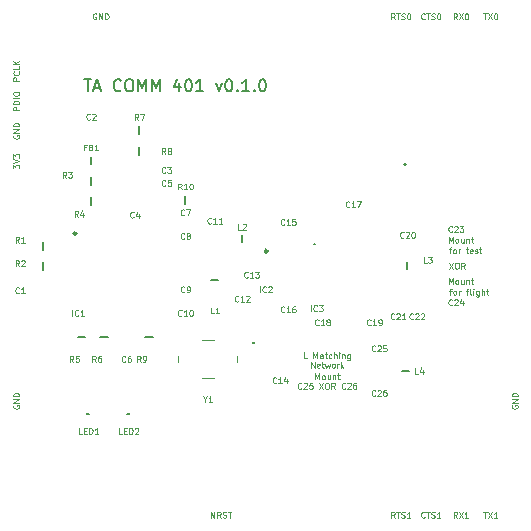
<source format=gbr>
%TF.GenerationSoftware,KiCad,Pcbnew,5.1.10-88a1d61d58~90~ubuntu20.04.1*%
%TF.CreationDate,2021-07-27T13:56:02-04:00*%
%TF.ProjectId,ta-comm-401,74612d63-6f6d-46d2-9d34-30312e6b6963,rev?*%
%TF.SameCoordinates,Original*%
%TF.FileFunction,Legend,Top*%
%TF.FilePolarity,Positive*%
%FSLAX46Y46*%
G04 Gerber Fmt 4.6, Leading zero omitted, Abs format (unit mm)*
G04 Created by KiCad (PCBNEW 5.1.10-88a1d61d58~90~ubuntu20.04.1) date 2021-07-27 13:56:02*
%MOMM*%
%LPD*%
G01*
G04 APERTURE LIST*
%ADD10C,0.100000*%
%ADD11C,0.200000*%
%ADD12C,0.250000*%
G04 APERTURE END LIST*
D10*
X140649047Y-86650000D02*
X140601428Y-86626190D01*
X140530000Y-86626190D01*
X140458571Y-86650000D01*
X140410952Y-86697619D01*
X140387142Y-86745238D01*
X140363333Y-86840476D01*
X140363333Y-86911904D01*
X140387142Y-87007142D01*
X140410952Y-87054761D01*
X140458571Y-87102380D01*
X140530000Y-87126190D01*
X140577619Y-87126190D01*
X140649047Y-87102380D01*
X140672857Y-87078571D01*
X140672857Y-86911904D01*
X140577619Y-86911904D01*
X140887142Y-87126190D02*
X140887142Y-86626190D01*
X141172857Y-87126190D01*
X141172857Y-86626190D01*
X141410952Y-87126190D02*
X141410952Y-86626190D01*
X141530000Y-86626190D01*
X141601428Y-86650000D01*
X141649047Y-86697619D01*
X141672857Y-86745238D01*
X141696666Y-86840476D01*
X141696666Y-86911904D01*
X141672857Y-87007142D01*
X141649047Y-87054761D01*
X141601428Y-87102380D01*
X141530000Y-87126190D01*
X141410952Y-87126190D01*
D11*
X139641904Y-92212380D02*
X140213333Y-92212380D01*
X139927619Y-93212380D02*
X139927619Y-92212380D01*
X140499047Y-92926666D02*
X140975238Y-92926666D01*
X140403809Y-93212380D02*
X140737142Y-92212380D01*
X141070476Y-93212380D01*
X142737142Y-93117142D02*
X142689523Y-93164761D01*
X142546666Y-93212380D01*
X142451428Y-93212380D01*
X142308571Y-93164761D01*
X142213333Y-93069523D01*
X142165714Y-92974285D01*
X142118095Y-92783809D01*
X142118095Y-92640952D01*
X142165714Y-92450476D01*
X142213333Y-92355238D01*
X142308571Y-92260000D01*
X142451428Y-92212380D01*
X142546666Y-92212380D01*
X142689523Y-92260000D01*
X142737142Y-92307619D01*
X143356190Y-92212380D02*
X143546666Y-92212380D01*
X143641904Y-92260000D01*
X143737142Y-92355238D01*
X143784761Y-92545714D01*
X143784761Y-92879047D01*
X143737142Y-93069523D01*
X143641904Y-93164761D01*
X143546666Y-93212380D01*
X143356190Y-93212380D01*
X143260952Y-93164761D01*
X143165714Y-93069523D01*
X143118095Y-92879047D01*
X143118095Y-92545714D01*
X143165714Y-92355238D01*
X143260952Y-92260000D01*
X143356190Y-92212380D01*
X144213333Y-93212380D02*
X144213333Y-92212380D01*
X144546666Y-92926666D01*
X144880000Y-92212380D01*
X144880000Y-93212380D01*
X145356190Y-93212380D02*
X145356190Y-92212380D01*
X145689523Y-92926666D01*
X146022857Y-92212380D01*
X146022857Y-93212380D01*
X147689523Y-92545714D02*
X147689523Y-93212380D01*
X147451428Y-92164761D02*
X147213333Y-92879047D01*
X147832380Y-92879047D01*
X148403809Y-92212380D02*
X148499047Y-92212380D01*
X148594285Y-92260000D01*
X148641904Y-92307619D01*
X148689523Y-92402857D01*
X148737142Y-92593333D01*
X148737142Y-92831428D01*
X148689523Y-93021904D01*
X148641904Y-93117142D01*
X148594285Y-93164761D01*
X148499047Y-93212380D01*
X148403809Y-93212380D01*
X148308571Y-93164761D01*
X148260952Y-93117142D01*
X148213333Y-93021904D01*
X148165714Y-92831428D01*
X148165714Y-92593333D01*
X148213333Y-92402857D01*
X148260952Y-92307619D01*
X148308571Y-92260000D01*
X148403809Y-92212380D01*
X149689523Y-93212380D02*
X149118095Y-93212380D01*
X149403809Y-93212380D02*
X149403809Y-92212380D01*
X149308571Y-92355238D01*
X149213333Y-92450476D01*
X149118095Y-92498095D01*
X150784761Y-92545714D02*
X151022857Y-93212380D01*
X151260952Y-92545714D01*
X151832380Y-92212380D02*
X151927619Y-92212380D01*
X152022857Y-92260000D01*
X152070476Y-92307619D01*
X152118095Y-92402857D01*
X152165714Y-92593333D01*
X152165714Y-92831428D01*
X152118095Y-93021904D01*
X152070476Y-93117142D01*
X152022857Y-93164761D01*
X151927619Y-93212380D01*
X151832380Y-93212380D01*
X151737142Y-93164761D01*
X151689523Y-93117142D01*
X151641904Y-93021904D01*
X151594285Y-92831428D01*
X151594285Y-92593333D01*
X151641904Y-92402857D01*
X151689523Y-92307619D01*
X151737142Y-92260000D01*
X151832380Y-92212380D01*
X152594285Y-93117142D02*
X152641904Y-93164761D01*
X152594285Y-93212380D01*
X152546666Y-93164761D01*
X152594285Y-93117142D01*
X152594285Y-93212380D01*
X153594285Y-93212380D02*
X153022857Y-93212380D01*
X153308571Y-93212380D02*
X153308571Y-92212380D01*
X153213333Y-92355238D01*
X153118095Y-92450476D01*
X153022857Y-92498095D01*
X154022857Y-93117142D02*
X154070476Y-93164761D01*
X154022857Y-93212380D01*
X153975238Y-93164761D01*
X154022857Y-93117142D01*
X154022857Y-93212380D01*
X154689523Y-92212380D02*
X154784761Y-92212380D01*
X154879999Y-92260000D01*
X154927619Y-92307619D01*
X154975238Y-92402857D01*
X155022857Y-92593333D01*
X155022857Y-92831428D01*
X154975238Y-93021904D01*
X154927619Y-93117142D01*
X154879999Y-93164761D01*
X154784761Y-93212380D01*
X154689523Y-93212380D01*
X154594285Y-93164761D01*
X154546666Y-93117142D01*
X154499047Y-93021904D01*
X154451428Y-92831428D01*
X154451428Y-92593333D01*
X154499047Y-92402857D01*
X154546666Y-92307619D01*
X154594285Y-92260000D01*
X154689523Y-92212380D01*
D10*
X170521428Y-107726190D02*
X170854761Y-108226190D01*
X170854761Y-107726190D02*
X170521428Y-108226190D01*
X171140476Y-107726190D02*
X171235714Y-107726190D01*
X171283333Y-107750000D01*
X171330952Y-107797619D01*
X171354761Y-107892857D01*
X171354761Y-108059523D01*
X171330952Y-108154761D01*
X171283333Y-108202380D01*
X171235714Y-108226190D01*
X171140476Y-108226190D01*
X171092857Y-108202380D01*
X171045238Y-108154761D01*
X171021428Y-108059523D01*
X171021428Y-107892857D01*
X171045238Y-107797619D01*
X171092857Y-107750000D01*
X171140476Y-107726190D01*
X171854761Y-108226190D02*
X171688095Y-107988095D01*
X171569047Y-108226190D02*
X171569047Y-107726190D01*
X171759523Y-107726190D01*
X171807142Y-107750000D01*
X171830952Y-107773809D01*
X171854761Y-107821428D01*
X171854761Y-107892857D01*
X171830952Y-107940476D01*
X171807142Y-107964285D01*
X171759523Y-107988095D01*
X171569047Y-107988095D01*
X149861904Y-119288095D02*
X149861904Y-119526190D01*
X149695238Y-119026190D02*
X149861904Y-119288095D01*
X150028571Y-119026190D01*
X150457142Y-119526190D02*
X150171428Y-119526190D01*
X150314285Y-119526190D02*
X150314285Y-119026190D01*
X150266666Y-119097619D01*
X150219047Y-119145238D01*
X150171428Y-119169047D01*
X167916666Y-117116190D02*
X167678571Y-117116190D01*
X167678571Y-116616190D01*
X168297619Y-116782857D02*
X168297619Y-117116190D01*
X168178571Y-116592380D02*
X168059523Y-116949523D01*
X168369047Y-116949523D01*
X164278571Y-118958571D02*
X164254761Y-118982380D01*
X164183333Y-119006190D01*
X164135714Y-119006190D01*
X164064285Y-118982380D01*
X164016666Y-118934761D01*
X163992857Y-118887142D01*
X163969047Y-118791904D01*
X163969047Y-118720476D01*
X163992857Y-118625238D01*
X164016666Y-118577619D01*
X164064285Y-118530000D01*
X164135714Y-118506190D01*
X164183333Y-118506190D01*
X164254761Y-118530000D01*
X164278571Y-118553809D01*
X164469047Y-118553809D02*
X164492857Y-118530000D01*
X164540476Y-118506190D01*
X164659523Y-118506190D01*
X164707142Y-118530000D01*
X164730952Y-118553809D01*
X164754761Y-118601428D01*
X164754761Y-118649047D01*
X164730952Y-118720476D01*
X164445238Y-119006190D01*
X164754761Y-119006190D01*
X165183333Y-118506190D02*
X165088095Y-118506190D01*
X165040476Y-118530000D01*
X165016666Y-118553809D01*
X164969047Y-118625238D01*
X164945238Y-118720476D01*
X164945238Y-118910952D01*
X164969047Y-118958571D01*
X164992857Y-118982380D01*
X165040476Y-119006190D01*
X165135714Y-119006190D01*
X165183333Y-118982380D01*
X165207142Y-118958571D01*
X165230952Y-118910952D01*
X165230952Y-118791904D01*
X165207142Y-118744285D01*
X165183333Y-118720476D01*
X165135714Y-118696666D01*
X165040476Y-118696666D01*
X164992857Y-118720476D01*
X164969047Y-118744285D01*
X164945238Y-118791904D01*
X164278571Y-115178571D02*
X164254761Y-115202380D01*
X164183333Y-115226190D01*
X164135714Y-115226190D01*
X164064285Y-115202380D01*
X164016666Y-115154761D01*
X163992857Y-115107142D01*
X163969047Y-115011904D01*
X163969047Y-114940476D01*
X163992857Y-114845238D01*
X164016666Y-114797619D01*
X164064285Y-114750000D01*
X164135714Y-114726190D01*
X164183333Y-114726190D01*
X164254761Y-114750000D01*
X164278571Y-114773809D01*
X164469047Y-114773809D02*
X164492857Y-114750000D01*
X164540476Y-114726190D01*
X164659523Y-114726190D01*
X164707142Y-114750000D01*
X164730952Y-114773809D01*
X164754761Y-114821428D01*
X164754761Y-114869047D01*
X164730952Y-114940476D01*
X164445238Y-115226190D01*
X164754761Y-115226190D01*
X165207142Y-114726190D02*
X164969047Y-114726190D01*
X164945238Y-114964285D01*
X164969047Y-114940476D01*
X165016666Y-114916666D01*
X165135714Y-114916666D01*
X165183333Y-114940476D01*
X165207142Y-114964285D01*
X165230952Y-115011904D01*
X165230952Y-115130952D01*
X165207142Y-115178571D01*
X165183333Y-115202380D01*
X165135714Y-115226190D01*
X165016666Y-115226190D01*
X164969047Y-115202380D01*
X164945238Y-115178571D01*
X170778571Y-111278571D02*
X170754761Y-111302380D01*
X170683333Y-111326190D01*
X170635714Y-111326190D01*
X170564285Y-111302380D01*
X170516666Y-111254761D01*
X170492857Y-111207142D01*
X170469047Y-111111904D01*
X170469047Y-111040476D01*
X170492857Y-110945238D01*
X170516666Y-110897619D01*
X170564285Y-110850000D01*
X170635714Y-110826190D01*
X170683333Y-110826190D01*
X170754761Y-110850000D01*
X170778571Y-110873809D01*
X170969047Y-110873809D02*
X170992857Y-110850000D01*
X171040476Y-110826190D01*
X171159523Y-110826190D01*
X171207142Y-110850000D01*
X171230952Y-110873809D01*
X171254761Y-110921428D01*
X171254761Y-110969047D01*
X171230952Y-111040476D01*
X170945238Y-111326190D01*
X171254761Y-111326190D01*
X171683333Y-110992857D02*
X171683333Y-111326190D01*
X171564285Y-110802380D02*
X171445238Y-111159523D01*
X171754761Y-111159523D01*
X170778571Y-105078571D02*
X170754761Y-105102380D01*
X170683333Y-105126190D01*
X170635714Y-105126190D01*
X170564285Y-105102380D01*
X170516666Y-105054761D01*
X170492857Y-105007142D01*
X170469047Y-104911904D01*
X170469047Y-104840476D01*
X170492857Y-104745238D01*
X170516666Y-104697619D01*
X170564285Y-104650000D01*
X170635714Y-104626190D01*
X170683333Y-104626190D01*
X170754761Y-104650000D01*
X170778571Y-104673809D01*
X170969047Y-104673809D02*
X170992857Y-104650000D01*
X171040476Y-104626190D01*
X171159523Y-104626190D01*
X171207142Y-104650000D01*
X171230952Y-104673809D01*
X171254761Y-104721428D01*
X171254761Y-104769047D01*
X171230952Y-104840476D01*
X170945238Y-105126190D01*
X171254761Y-105126190D01*
X171421428Y-104626190D02*
X171730952Y-104626190D01*
X171564285Y-104816666D01*
X171635714Y-104816666D01*
X171683333Y-104840476D01*
X171707142Y-104864285D01*
X171730952Y-104911904D01*
X171730952Y-105030952D01*
X171707142Y-105078571D01*
X171683333Y-105102380D01*
X171635714Y-105126190D01*
X171492857Y-105126190D01*
X171445238Y-105102380D01*
X171421428Y-105078571D01*
X167478571Y-112478571D02*
X167454761Y-112502380D01*
X167383333Y-112526190D01*
X167335714Y-112526190D01*
X167264285Y-112502380D01*
X167216666Y-112454761D01*
X167192857Y-112407142D01*
X167169047Y-112311904D01*
X167169047Y-112240476D01*
X167192857Y-112145238D01*
X167216666Y-112097619D01*
X167264285Y-112050000D01*
X167335714Y-112026190D01*
X167383333Y-112026190D01*
X167454761Y-112050000D01*
X167478571Y-112073809D01*
X167669047Y-112073809D02*
X167692857Y-112050000D01*
X167740476Y-112026190D01*
X167859523Y-112026190D01*
X167907142Y-112050000D01*
X167930952Y-112073809D01*
X167954761Y-112121428D01*
X167954761Y-112169047D01*
X167930952Y-112240476D01*
X167645238Y-112526190D01*
X167954761Y-112526190D01*
X168145238Y-112073809D02*
X168169047Y-112050000D01*
X168216666Y-112026190D01*
X168335714Y-112026190D01*
X168383333Y-112050000D01*
X168407142Y-112073809D01*
X168430952Y-112121428D01*
X168430952Y-112169047D01*
X168407142Y-112240476D01*
X168121428Y-112526190D01*
X168430952Y-112526190D01*
X165878571Y-112478571D02*
X165854761Y-112502380D01*
X165783333Y-112526190D01*
X165735714Y-112526190D01*
X165664285Y-112502380D01*
X165616666Y-112454761D01*
X165592857Y-112407142D01*
X165569047Y-112311904D01*
X165569047Y-112240476D01*
X165592857Y-112145238D01*
X165616666Y-112097619D01*
X165664285Y-112050000D01*
X165735714Y-112026190D01*
X165783333Y-112026190D01*
X165854761Y-112050000D01*
X165878571Y-112073809D01*
X166069047Y-112073809D02*
X166092857Y-112050000D01*
X166140476Y-112026190D01*
X166259523Y-112026190D01*
X166307142Y-112050000D01*
X166330952Y-112073809D01*
X166354761Y-112121428D01*
X166354761Y-112169047D01*
X166330952Y-112240476D01*
X166045238Y-112526190D01*
X166354761Y-112526190D01*
X166830952Y-112526190D02*
X166545238Y-112526190D01*
X166688095Y-112526190D02*
X166688095Y-112026190D01*
X166640476Y-112097619D01*
X166592857Y-112145238D01*
X166545238Y-112169047D01*
X166678571Y-105578571D02*
X166654761Y-105602380D01*
X166583333Y-105626190D01*
X166535714Y-105626190D01*
X166464285Y-105602380D01*
X166416666Y-105554761D01*
X166392857Y-105507142D01*
X166369047Y-105411904D01*
X166369047Y-105340476D01*
X166392857Y-105245238D01*
X166416666Y-105197619D01*
X166464285Y-105150000D01*
X166535714Y-105126190D01*
X166583333Y-105126190D01*
X166654761Y-105150000D01*
X166678571Y-105173809D01*
X166869047Y-105173809D02*
X166892857Y-105150000D01*
X166940476Y-105126190D01*
X167059523Y-105126190D01*
X167107142Y-105150000D01*
X167130952Y-105173809D01*
X167154761Y-105221428D01*
X167154761Y-105269047D01*
X167130952Y-105340476D01*
X166845238Y-105626190D01*
X167154761Y-105626190D01*
X167464285Y-105126190D02*
X167511904Y-105126190D01*
X167559523Y-105150000D01*
X167583333Y-105173809D01*
X167607142Y-105221428D01*
X167630952Y-105316666D01*
X167630952Y-105435714D01*
X167607142Y-105530952D01*
X167583333Y-105578571D01*
X167559523Y-105602380D01*
X167511904Y-105626190D01*
X167464285Y-105626190D01*
X167416666Y-105602380D01*
X167392857Y-105578571D01*
X167369047Y-105530952D01*
X167345238Y-105435714D01*
X167345238Y-105316666D01*
X167369047Y-105221428D01*
X167392857Y-105173809D01*
X167416666Y-105150000D01*
X167464285Y-105126190D01*
X168616666Y-107726190D02*
X168378571Y-107726190D01*
X168378571Y-107226190D01*
X168735714Y-107226190D02*
X169045238Y-107226190D01*
X168878571Y-107416666D01*
X168950000Y-107416666D01*
X168997619Y-107440476D01*
X169021428Y-107464285D01*
X169045238Y-107511904D01*
X169045238Y-107630952D01*
X169021428Y-107678571D01*
X168997619Y-107702380D01*
X168950000Y-107726190D01*
X168807142Y-107726190D01*
X168759523Y-107702380D01*
X168735714Y-107678571D01*
X163878571Y-112978571D02*
X163854761Y-113002380D01*
X163783333Y-113026190D01*
X163735714Y-113026190D01*
X163664285Y-113002380D01*
X163616666Y-112954761D01*
X163592857Y-112907142D01*
X163569047Y-112811904D01*
X163569047Y-112740476D01*
X163592857Y-112645238D01*
X163616666Y-112597619D01*
X163664285Y-112550000D01*
X163735714Y-112526190D01*
X163783333Y-112526190D01*
X163854761Y-112550000D01*
X163878571Y-112573809D01*
X164354761Y-113026190D02*
X164069047Y-113026190D01*
X164211904Y-113026190D02*
X164211904Y-112526190D01*
X164164285Y-112597619D01*
X164116666Y-112645238D01*
X164069047Y-112669047D01*
X164592857Y-113026190D02*
X164688095Y-113026190D01*
X164735714Y-113002380D01*
X164759523Y-112978571D01*
X164807142Y-112907142D01*
X164830952Y-112811904D01*
X164830952Y-112621428D01*
X164807142Y-112573809D01*
X164783333Y-112550000D01*
X164735714Y-112526190D01*
X164640476Y-112526190D01*
X164592857Y-112550000D01*
X164569047Y-112573809D01*
X164545238Y-112621428D01*
X164545238Y-112740476D01*
X164569047Y-112788095D01*
X164592857Y-112811904D01*
X164640476Y-112835714D01*
X164735714Y-112835714D01*
X164783333Y-112811904D01*
X164807142Y-112788095D01*
X164830952Y-112740476D01*
X159478571Y-112978571D02*
X159454761Y-113002380D01*
X159383333Y-113026190D01*
X159335714Y-113026190D01*
X159264285Y-113002380D01*
X159216666Y-112954761D01*
X159192857Y-112907142D01*
X159169047Y-112811904D01*
X159169047Y-112740476D01*
X159192857Y-112645238D01*
X159216666Y-112597619D01*
X159264285Y-112550000D01*
X159335714Y-112526190D01*
X159383333Y-112526190D01*
X159454761Y-112550000D01*
X159478571Y-112573809D01*
X159954761Y-113026190D02*
X159669047Y-113026190D01*
X159811904Y-113026190D02*
X159811904Y-112526190D01*
X159764285Y-112597619D01*
X159716666Y-112645238D01*
X159669047Y-112669047D01*
X160240476Y-112740476D02*
X160192857Y-112716666D01*
X160169047Y-112692857D01*
X160145238Y-112645238D01*
X160145238Y-112621428D01*
X160169047Y-112573809D01*
X160192857Y-112550000D01*
X160240476Y-112526190D01*
X160335714Y-112526190D01*
X160383333Y-112550000D01*
X160407142Y-112573809D01*
X160430952Y-112621428D01*
X160430952Y-112645238D01*
X160407142Y-112692857D01*
X160383333Y-112716666D01*
X160335714Y-112740476D01*
X160240476Y-112740476D01*
X160192857Y-112764285D01*
X160169047Y-112788095D01*
X160145238Y-112835714D01*
X160145238Y-112930952D01*
X160169047Y-112978571D01*
X160192857Y-113002380D01*
X160240476Y-113026190D01*
X160335714Y-113026190D01*
X160383333Y-113002380D01*
X160407142Y-112978571D01*
X160430952Y-112930952D01*
X160430952Y-112835714D01*
X160407142Y-112788095D01*
X160383333Y-112764285D01*
X160335714Y-112740476D01*
X162078571Y-102978571D02*
X162054761Y-103002380D01*
X161983333Y-103026190D01*
X161935714Y-103026190D01*
X161864285Y-103002380D01*
X161816666Y-102954761D01*
X161792857Y-102907142D01*
X161769047Y-102811904D01*
X161769047Y-102740476D01*
X161792857Y-102645238D01*
X161816666Y-102597619D01*
X161864285Y-102550000D01*
X161935714Y-102526190D01*
X161983333Y-102526190D01*
X162054761Y-102550000D01*
X162078571Y-102573809D01*
X162554761Y-103026190D02*
X162269047Y-103026190D01*
X162411904Y-103026190D02*
X162411904Y-102526190D01*
X162364285Y-102597619D01*
X162316666Y-102645238D01*
X162269047Y-102669047D01*
X162721428Y-102526190D02*
X163054761Y-102526190D01*
X162840476Y-103026190D01*
X158811904Y-111826190D02*
X158811904Y-111326190D01*
X159335714Y-111778571D02*
X159311904Y-111802380D01*
X159240476Y-111826190D01*
X159192857Y-111826190D01*
X159121428Y-111802380D01*
X159073809Y-111754761D01*
X159050000Y-111707142D01*
X159026190Y-111611904D01*
X159026190Y-111540476D01*
X159050000Y-111445238D01*
X159073809Y-111397619D01*
X159121428Y-111350000D01*
X159192857Y-111326190D01*
X159240476Y-111326190D01*
X159311904Y-111350000D01*
X159335714Y-111373809D01*
X159502380Y-111326190D02*
X159811904Y-111326190D01*
X159645238Y-111516666D01*
X159716666Y-111516666D01*
X159764285Y-111540476D01*
X159788095Y-111564285D01*
X159811904Y-111611904D01*
X159811904Y-111730952D01*
X159788095Y-111778571D01*
X159764285Y-111802380D01*
X159716666Y-111826190D01*
X159573809Y-111826190D01*
X159526190Y-111802380D01*
X159502380Y-111778571D01*
X154511904Y-110226190D02*
X154511904Y-109726190D01*
X155035714Y-110178571D02*
X155011904Y-110202380D01*
X154940476Y-110226190D01*
X154892857Y-110226190D01*
X154821428Y-110202380D01*
X154773809Y-110154761D01*
X154750000Y-110107142D01*
X154726190Y-110011904D01*
X154726190Y-109940476D01*
X154750000Y-109845238D01*
X154773809Y-109797619D01*
X154821428Y-109750000D01*
X154892857Y-109726190D01*
X154940476Y-109726190D01*
X155011904Y-109750000D01*
X155035714Y-109773809D01*
X155226190Y-109773809D02*
X155250000Y-109750000D01*
X155297619Y-109726190D01*
X155416666Y-109726190D01*
X155464285Y-109750000D01*
X155488095Y-109773809D01*
X155511904Y-109821428D01*
X155511904Y-109869047D01*
X155488095Y-109940476D01*
X155202380Y-110226190D01*
X155511904Y-110226190D01*
X138611904Y-112226190D02*
X138611904Y-111726190D01*
X139135714Y-112178571D02*
X139111904Y-112202380D01*
X139040476Y-112226190D01*
X138992857Y-112226190D01*
X138921428Y-112202380D01*
X138873809Y-112154761D01*
X138850000Y-112107142D01*
X138826190Y-112011904D01*
X138826190Y-111940476D01*
X138850000Y-111845238D01*
X138873809Y-111797619D01*
X138921428Y-111750000D01*
X138992857Y-111726190D01*
X139040476Y-111726190D01*
X139111904Y-111750000D01*
X139135714Y-111773809D01*
X139611904Y-112226190D02*
X139326190Y-112226190D01*
X139469047Y-112226190D02*
X139469047Y-111726190D01*
X139421428Y-111797619D01*
X139373809Y-111845238D01*
X139326190Y-111869047D01*
X156578571Y-111878571D02*
X156554761Y-111902380D01*
X156483333Y-111926190D01*
X156435714Y-111926190D01*
X156364285Y-111902380D01*
X156316666Y-111854761D01*
X156292857Y-111807142D01*
X156269047Y-111711904D01*
X156269047Y-111640476D01*
X156292857Y-111545238D01*
X156316666Y-111497619D01*
X156364285Y-111450000D01*
X156435714Y-111426190D01*
X156483333Y-111426190D01*
X156554761Y-111450000D01*
X156578571Y-111473809D01*
X157054761Y-111926190D02*
X156769047Y-111926190D01*
X156911904Y-111926190D02*
X156911904Y-111426190D01*
X156864285Y-111497619D01*
X156816666Y-111545238D01*
X156769047Y-111569047D01*
X157483333Y-111426190D02*
X157388095Y-111426190D01*
X157340476Y-111450000D01*
X157316666Y-111473809D01*
X157269047Y-111545238D01*
X157245238Y-111640476D01*
X157245238Y-111830952D01*
X157269047Y-111878571D01*
X157292857Y-111902380D01*
X157340476Y-111926190D01*
X157435714Y-111926190D01*
X157483333Y-111902380D01*
X157507142Y-111878571D01*
X157530952Y-111830952D01*
X157530952Y-111711904D01*
X157507142Y-111664285D01*
X157483333Y-111640476D01*
X157435714Y-111616666D01*
X157340476Y-111616666D01*
X157292857Y-111640476D01*
X157269047Y-111664285D01*
X157245238Y-111711904D01*
X156578571Y-104478571D02*
X156554761Y-104502380D01*
X156483333Y-104526190D01*
X156435714Y-104526190D01*
X156364285Y-104502380D01*
X156316666Y-104454761D01*
X156292857Y-104407142D01*
X156269047Y-104311904D01*
X156269047Y-104240476D01*
X156292857Y-104145238D01*
X156316666Y-104097619D01*
X156364285Y-104050000D01*
X156435714Y-104026190D01*
X156483333Y-104026190D01*
X156554761Y-104050000D01*
X156578571Y-104073809D01*
X157054761Y-104526190D02*
X156769047Y-104526190D01*
X156911904Y-104526190D02*
X156911904Y-104026190D01*
X156864285Y-104097619D01*
X156816666Y-104145238D01*
X156769047Y-104169047D01*
X157507142Y-104026190D02*
X157269047Y-104026190D01*
X157245238Y-104264285D01*
X157269047Y-104240476D01*
X157316666Y-104216666D01*
X157435714Y-104216666D01*
X157483333Y-104240476D01*
X157507142Y-104264285D01*
X157530952Y-104311904D01*
X157530952Y-104430952D01*
X157507142Y-104478571D01*
X157483333Y-104502380D01*
X157435714Y-104526190D01*
X157316666Y-104526190D01*
X157269047Y-104502380D01*
X157245238Y-104478571D01*
X155888571Y-117882171D02*
X155864761Y-117905980D01*
X155793333Y-117929790D01*
X155745714Y-117929790D01*
X155674285Y-117905980D01*
X155626666Y-117858361D01*
X155602857Y-117810742D01*
X155579047Y-117715504D01*
X155579047Y-117644076D01*
X155602857Y-117548838D01*
X155626666Y-117501219D01*
X155674285Y-117453600D01*
X155745714Y-117429790D01*
X155793333Y-117429790D01*
X155864761Y-117453600D01*
X155888571Y-117477409D01*
X156364761Y-117929790D02*
X156079047Y-117929790D01*
X156221904Y-117929790D02*
X156221904Y-117429790D01*
X156174285Y-117501219D01*
X156126666Y-117548838D01*
X156079047Y-117572647D01*
X156793333Y-117596457D02*
X156793333Y-117929790D01*
X156674285Y-117405980D02*
X156555238Y-117763123D01*
X156864761Y-117763123D01*
X153478571Y-108953571D02*
X153454761Y-108977380D01*
X153383333Y-109001190D01*
X153335714Y-109001190D01*
X153264285Y-108977380D01*
X153216666Y-108929761D01*
X153192857Y-108882142D01*
X153169047Y-108786904D01*
X153169047Y-108715476D01*
X153192857Y-108620238D01*
X153216666Y-108572619D01*
X153264285Y-108525000D01*
X153335714Y-108501190D01*
X153383333Y-108501190D01*
X153454761Y-108525000D01*
X153478571Y-108548809D01*
X153954761Y-109001190D02*
X153669047Y-109001190D01*
X153811904Y-109001190D02*
X153811904Y-108501190D01*
X153764285Y-108572619D01*
X153716666Y-108620238D01*
X153669047Y-108644047D01*
X154121428Y-108501190D02*
X154430952Y-108501190D01*
X154264285Y-108691666D01*
X154335714Y-108691666D01*
X154383333Y-108715476D01*
X154407142Y-108739285D01*
X154430952Y-108786904D01*
X154430952Y-108905952D01*
X154407142Y-108953571D01*
X154383333Y-108977380D01*
X154335714Y-109001190D01*
X154192857Y-109001190D01*
X154145238Y-108977380D01*
X154121428Y-108953571D01*
X152678571Y-110978571D02*
X152654761Y-111002380D01*
X152583333Y-111026190D01*
X152535714Y-111026190D01*
X152464285Y-111002380D01*
X152416666Y-110954761D01*
X152392857Y-110907142D01*
X152369047Y-110811904D01*
X152369047Y-110740476D01*
X152392857Y-110645238D01*
X152416666Y-110597619D01*
X152464285Y-110550000D01*
X152535714Y-110526190D01*
X152583333Y-110526190D01*
X152654761Y-110550000D01*
X152678571Y-110573809D01*
X153154761Y-111026190D02*
X152869047Y-111026190D01*
X153011904Y-111026190D02*
X153011904Y-110526190D01*
X152964285Y-110597619D01*
X152916666Y-110645238D01*
X152869047Y-110669047D01*
X153345238Y-110573809D02*
X153369047Y-110550000D01*
X153416666Y-110526190D01*
X153535714Y-110526190D01*
X153583333Y-110550000D01*
X153607142Y-110573809D01*
X153630952Y-110621428D01*
X153630952Y-110669047D01*
X153607142Y-110740476D01*
X153321428Y-111026190D01*
X153630952Y-111026190D01*
X152916666Y-104926190D02*
X152678571Y-104926190D01*
X152678571Y-104426190D01*
X153059523Y-104473809D02*
X153083333Y-104450000D01*
X153130952Y-104426190D01*
X153250000Y-104426190D01*
X153297619Y-104450000D01*
X153321428Y-104473809D01*
X153345238Y-104521428D01*
X153345238Y-104569047D01*
X153321428Y-104640476D01*
X153035714Y-104926190D01*
X153345238Y-104926190D01*
X150616666Y-112026190D02*
X150378571Y-112026190D01*
X150378571Y-111526190D01*
X151045238Y-112026190D02*
X150759523Y-112026190D01*
X150902380Y-112026190D02*
X150902380Y-111526190D01*
X150854761Y-111597619D01*
X150807142Y-111645238D01*
X150759523Y-111669047D01*
X150378571Y-104378571D02*
X150354761Y-104402380D01*
X150283333Y-104426190D01*
X150235714Y-104426190D01*
X150164285Y-104402380D01*
X150116666Y-104354761D01*
X150092857Y-104307142D01*
X150069047Y-104211904D01*
X150069047Y-104140476D01*
X150092857Y-104045238D01*
X150116666Y-103997619D01*
X150164285Y-103950000D01*
X150235714Y-103926190D01*
X150283333Y-103926190D01*
X150354761Y-103950000D01*
X150378571Y-103973809D01*
X150854761Y-104426190D02*
X150569047Y-104426190D01*
X150711904Y-104426190D02*
X150711904Y-103926190D01*
X150664285Y-103997619D01*
X150616666Y-104045238D01*
X150569047Y-104069047D01*
X151330952Y-104426190D02*
X151045238Y-104426190D01*
X151188095Y-104426190D02*
X151188095Y-103926190D01*
X151140476Y-103997619D01*
X151092857Y-104045238D01*
X151045238Y-104069047D01*
X147878571Y-112178571D02*
X147854761Y-112202380D01*
X147783333Y-112226190D01*
X147735714Y-112226190D01*
X147664285Y-112202380D01*
X147616666Y-112154761D01*
X147592857Y-112107142D01*
X147569047Y-112011904D01*
X147569047Y-111940476D01*
X147592857Y-111845238D01*
X147616666Y-111797619D01*
X147664285Y-111750000D01*
X147735714Y-111726190D01*
X147783333Y-111726190D01*
X147854761Y-111750000D01*
X147878571Y-111773809D01*
X148354761Y-112226190D02*
X148069047Y-112226190D01*
X148211904Y-112226190D02*
X148211904Y-111726190D01*
X148164285Y-111797619D01*
X148116666Y-111845238D01*
X148069047Y-111869047D01*
X148664285Y-111726190D02*
X148711904Y-111726190D01*
X148759523Y-111750000D01*
X148783333Y-111773809D01*
X148807142Y-111821428D01*
X148830952Y-111916666D01*
X148830952Y-112035714D01*
X148807142Y-112130952D01*
X148783333Y-112178571D01*
X148759523Y-112202380D01*
X148711904Y-112226190D01*
X148664285Y-112226190D01*
X148616666Y-112202380D01*
X148592857Y-112178571D01*
X148569047Y-112130952D01*
X148545238Y-112035714D01*
X148545238Y-111916666D01*
X148569047Y-111821428D01*
X148592857Y-111773809D01*
X148616666Y-111750000D01*
X148664285Y-111726190D01*
X148116666Y-110178571D02*
X148092857Y-110202380D01*
X148021428Y-110226190D01*
X147973809Y-110226190D01*
X147902380Y-110202380D01*
X147854761Y-110154761D01*
X147830952Y-110107142D01*
X147807142Y-110011904D01*
X147807142Y-109940476D01*
X147830952Y-109845238D01*
X147854761Y-109797619D01*
X147902380Y-109750000D01*
X147973809Y-109726190D01*
X148021428Y-109726190D01*
X148092857Y-109750000D01*
X148116666Y-109773809D01*
X148354761Y-110226190D02*
X148450000Y-110226190D01*
X148497619Y-110202380D01*
X148521428Y-110178571D01*
X148569047Y-110107142D01*
X148592857Y-110011904D01*
X148592857Y-109821428D01*
X148569047Y-109773809D01*
X148545238Y-109750000D01*
X148497619Y-109726190D01*
X148402380Y-109726190D01*
X148354761Y-109750000D01*
X148330952Y-109773809D01*
X148307142Y-109821428D01*
X148307142Y-109940476D01*
X148330952Y-109988095D01*
X148354761Y-110011904D01*
X148402380Y-110035714D01*
X148497619Y-110035714D01*
X148545238Y-110011904D01*
X148569047Y-109988095D01*
X148592857Y-109940476D01*
X147878571Y-101526190D02*
X147711904Y-101288095D01*
X147592857Y-101526190D02*
X147592857Y-101026190D01*
X147783333Y-101026190D01*
X147830952Y-101050000D01*
X147854761Y-101073809D01*
X147878571Y-101121428D01*
X147878571Y-101192857D01*
X147854761Y-101240476D01*
X147830952Y-101264285D01*
X147783333Y-101288095D01*
X147592857Y-101288095D01*
X148354761Y-101526190D02*
X148069047Y-101526190D01*
X148211904Y-101526190D02*
X148211904Y-101026190D01*
X148164285Y-101097619D01*
X148116666Y-101145238D01*
X148069047Y-101169047D01*
X148664285Y-101026190D02*
X148711904Y-101026190D01*
X148759523Y-101050000D01*
X148783333Y-101073809D01*
X148807142Y-101121428D01*
X148830952Y-101216666D01*
X148830952Y-101335714D01*
X148807142Y-101430952D01*
X148783333Y-101478571D01*
X148759523Y-101502380D01*
X148711904Y-101526190D01*
X148664285Y-101526190D01*
X148616666Y-101502380D01*
X148592857Y-101478571D01*
X148569047Y-101430952D01*
X148545238Y-101335714D01*
X148545238Y-101216666D01*
X148569047Y-101121428D01*
X148592857Y-101073809D01*
X148616666Y-101050000D01*
X148664285Y-101026190D01*
X148116666Y-103678571D02*
X148092857Y-103702380D01*
X148021428Y-103726190D01*
X147973809Y-103726190D01*
X147902380Y-103702380D01*
X147854761Y-103654761D01*
X147830952Y-103607142D01*
X147807142Y-103511904D01*
X147807142Y-103440476D01*
X147830952Y-103345238D01*
X147854761Y-103297619D01*
X147902380Y-103250000D01*
X147973809Y-103226190D01*
X148021428Y-103226190D01*
X148092857Y-103250000D01*
X148116666Y-103273809D01*
X148283333Y-103226190D02*
X148616666Y-103226190D01*
X148402380Y-103726190D01*
X148116666Y-105678571D02*
X148092857Y-105702380D01*
X148021428Y-105726190D01*
X147973809Y-105726190D01*
X147902380Y-105702380D01*
X147854761Y-105654761D01*
X147830952Y-105607142D01*
X147807142Y-105511904D01*
X147807142Y-105440476D01*
X147830952Y-105345238D01*
X147854761Y-105297619D01*
X147902380Y-105250000D01*
X147973809Y-105226190D01*
X148021428Y-105226190D01*
X148092857Y-105250000D01*
X148116666Y-105273809D01*
X148402380Y-105440476D02*
X148354761Y-105416666D01*
X148330952Y-105392857D01*
X148307142Y-105345238D01*
X148307142Y-105321428D01*
X148330952Y-105273809D01*
X148354761Y-105250000D01*
X148402380Y-105226190D01*
X148497619Y-105226190D01*
X148545238Y-105250000D01*
X148569047Y-105273809D01*
X148592857Y-105321428D01*
X148592857Y-105345238D01*
X148569047Y-105392857D01*
X148545238Y-105416666D01*
X148497619Y-105440476D01*
X148402380Y-105440476D01*
X148354761Y-105464285D01*
X148330952Y-105488095D01*
X148307142Y-105535714D01*
X148307142Y-105630952D01*
X148330952Y-105678571D01*
X148354761Y-105702380D01*
X148402380Y-105726190D01*
X148497619Y-105726190D01*
X148545238Y-105702380D01*
X148569047Y-105678571D01*
X148592857Y-105630952D01*
X148592857Y-105535714D01*
X148569047Y-105488095D01*
X148545238Y-105464285D01*
X148497619Y-105440476D01*
X142840476Y-122226190D02*
X142602380Y-122226190D01*
X142602380Y-121726190D01*
X143007142Y-121964285D02*
X143173809Y-121964285D01*
X143245238Y-122226190D02*
X143007142Y-122226190D01*
X143007142Y-121726190D01*
X143245238Y-121726190D01*
X143459523Y-122226190D02*
X143459523Y-121726190D01*
X143578571Y-121726190D01*
X143650000Y-121750000D01*
X143697619Y-121797619D01*
X143721428Y-121845238D01*
X143745238Y-121940476D01*
X143745238Y-122011904D01*
X143721428Y-122107142D01*
X143697619Y-122154761D01*
X143650000Y-122202380D01*
X143578571Y-122226190D01*
X143459523Y-122226190D01*
X143935714Y-121773809D02*
X143959523Y-121750000D01*
X144007142Y-121726190D01*
X144126190Y-121726190D01*
X144173809Y-121750000D01*
X144197619Y-121773809D01*
X144221428Y-121821428D01*
X144221428Y-121869047D01*
X144197619Y-121940476D01*
X143911904Y-122226190D01*
X144221428Y-122226190D01*
X139440476Y-122226190D02*
X139202380Y-122226190D01*
X139202380Y-121726190D01*
X139607142Y-121964285D02*
X139773809Y-121964285D01*
X139845238Y-122226190D02*
X139607142Y-122226190D01*
X139607142Y-121726190D01*
X139845238Y-121726190D01*
X140059523Y-122226190D02*
X140059523Y-121726190D01*
X140178571Y-121726190D01*
X140250000Y-121750000D01*
X140297619Y-121797619D01*
X140321428Y-121845238D01*
X140345238Y-121940476D01*
X140345238Y-122011904D01*
X140321428Y-122107142D01*
X140297619Y-122154761D01*
X140250000Y-122202380D01*
X140178571Y-122226190D01*
X140059523Y-122226190D01*
X140821428Y-122226190D02*
X140535714Y-122226190D01*
X140678571Y-122226190D02*
X140678571Y-121726190D01*
X140630952Y-121797619D01*
X140583333Y-121845238D01*
X140535714Y-121869047D01*
X144416666Y-116126190D02*
X144250000Y-115888095D01*
X144130952Y-116126190D02*
X144130952Y-115626190D01*
X144321428Y-115626190D01*
X144369047Y-115650000D01*
X144392857Y-115673809D01*
X144416666Y-115721428D01*
X144416666Y-115792857D01*
X144392857Y-115840476D01*
X144369047Y-115864285D01*
X144321428Y-115888095D01*
X144130952Y-115888095D01*
X144654761Y-116126190D02*
X144750000Y-116126190D01*
X144797619Y-116102380D01*
X144821428Y-116078571D01*
X144869047Y-116007142D01*
X144892857Y-115911904D01*
X144892857Y-115721428D01*
X144869047Y-115673809D01*
X144845238Y-115650000D01*
X144797619Y-115626190D01*
X144702380Y-115626190D01*
X144654761Y-115650000D01*
X144630952Y-115673809D01*
X144607142Y-115721428D01*
X144607142Y-115840476D01*
X144630952Y-115888095D01*
X144654761Y-115911904D01*
X144702380Y-115935714D01*
X144797619Y-115935714D01*
X144845238Y-115911904D01*
X144869047Y-115888095D01*
X144892857Y-115840476D01*
X143116666Y-116078571D02*
X143092857Y-116102380D01*
X143021428Y-116126190D01*
X142973809Y-116126190D01*
X142902380Y-116102380D01*
X142854761Y-116054761D01*
X142830952Y-116007142D01*
X142807142Y-115911904D01*
X142807142Y-115840476D01*
X142830952Y-115745238D01*
X142854761Y-115697619D01*
X142902380Y-115650000D01*
X142973809Y-115626190D01*
X143021428Y-115626190D01*
X143092857Y-115650000D01*
X143116666Y-115673809D01*
X143545238Y-115626190D02*
X143450000Y-115626190D01*
X143402380Y-115650000D01*
X143378571Y-115673809D01*
X143330952Y-115745238D01*
X143307142Y-115840476D01*
X143307142Y-116030952D01*
X143330952Y-116078571D01*
X143354761Y-116102380D01*
X143402380Y-116126190D01*
X143497619Y-116126190D01*
X143545238Y-116102380D01*
X143569047Y-116078571D01*
X143592857Y-116030952D01*
X143592857Y-115911904D01*
X143569047Y-115864285D01*
X143545238Y-115840476D01*
X143497619Y-115816666D01*
X143402380Y-115816666D01*
X143354761Y-115840476D01*
X143330952Y-115864285D01*
X143307142Y-115911904D01*
X146516666Y-101178571D02*
X146492857Y-101202380D01*
X146421428Y-101226190D01*
X146373809Y-101226190D01*
X146302380Y-101202380D01*
X146254761Y-101154761D01*
X146230952Y-101107142D01*
X146207142Y-101011904D01*
X146207142Y-100940476D01*
X146230952Y-100845238D01*
X146254761Y-100797619D01*
X146302380Y-100750000D01*
X146373809Y-100726190D01*
X146421428Y-100726190D01*
X146492857Y-100750000D01*
X146516666Y-100773809D01*
X146969047Y-100726190D02*
X146730952Y-100726190D01*
X146707142Y-100964285D01*
X146730952Y-100940476D01*
X146778571Y-100916666D01*
X146897619Y-100916666D01*
X146945238Y-100940476D01*
X146969047Y-100964285D01*
X146992857Y-101011904D01*
X146992857Y-101130952D01*
X146969047Y-101178571D01*
X146945238Y-101202380D01*
X146897619Y-101226190D01*
X146778571Y-101226190D01*
X146730952Y-101202380D01*
X146707142Y-101178571D01*
X143816666Y-103878571D02*
X143792857Y-103902380D01*
X143721428Y-103926190D01*
X143673809Y-103926190D01*
X143602380Y-103902380D01*
X143554761Y-103854761D01*
X143530952Y-103807142D01*
X143507142Y-103711904D01*
X143507142Y-103640476D01*
X143530952Y-103545238D01*
X143554761Y-103497619D01*
X143602380Y-103450000D01*
X143673809Y-103426190D01*
X143721428Y-103426190D01*
X143792857Y-103450000D01*
X143816666Y-103473809D01*
X144245238Y-103592857D02*
X144245238Y-103926190D01*
X144126190Y-103402380D02*
X144007142Y-103759523D01*
X144316666Y-103759523D01*
X146516666Y-100078571D02*
X146492857Y-100102380D01*
X146421428Y-100126190D01*
X146373809Y-100126190D01*
X146302380Y-100102380D01*
X146254761Y-100054761D01*
X146230952Y-100007142D01*
X146207142Y-99911904D01*
X146207142Y-99840476D01*
X146230952Y-99745238D01*
X146254761Y-99697619D01*
X146302380Y-99650000D01*
X146373809Y-99626190D01*
X146421428Y-99626190D01*
X146492857Y-99650000D01*
X146516666Y-99673809D01*
X146683333Y-99626190D02*
X146992857Y-99626190D01*
X146826190Y-99816666D01*
X146897619Y-99816666D01*
X146945238Y-99840476D01*
X146969047Y-99864285D01*
X146992857Y-99911904D01*
X146992857Y-100030952D01*
X146969047Y-100078571D01*
X146945238Y-100102380D01*
X146897619Y-100126190D01*
X146754761Y-100126190D01*
X146707142Y-100102380D01*
X146683333Y-100078571D01*
X146516666Y-98526190D02*
X146350000Y-98288095D01*
X146230952Y-98526190D02*
X146230952Y-98026190D01*
X146421428Y-98026190D01*
X146469047Y-98050000D01*
X146492857Y-98073809D01*
X146516666Y-98121428D01*
X146516666Y-98192857D01*
X146492857Y-98240476D01*
X146469047Y-98264285D01*
X146421428Y-98288095D01*
X146230952Y-98288095D01*
X146802380Y-98240476D02*
X146754761Y-98216666D01*
X146730952Y-98192857D01*
X146707142Y-98145238D01*
X146707142Y-98121428D01*
X146730952Y-98073809D01*
X146754761Y-98050000D01*
X146802380Y-98026190D01*
X146897619Y-98026190D01*
X146945238Y-98050000D01*
X146969047Y-98073809D01*
X146992857Y-98121428D01*
X146992857Y-98145238D01*
X146969047Y-98192857D01*
X146945238Y-98216666D01*
X146897619Y-98240476D01*
X146802380Y-98240476D01*
X146754761Y-98264285D01*
X146730952Y-98288095D01*
X146707142Y-98335714D01*
X146707142Y-98430952D01*
X146730952Y-98478571D01*
X146754761Y-98502380D01*
X146802380Y-98526190D01*
X146897619Y-98526190D01*
X146945238Y-98502380D01*
X146969047Y-98478571D01*
X146992857Y-98430952D01*
X146992857Y-98335714D01*
X146969047Y-98288095D01*
X146945238Y-98264285D01*
X146897619Y-98240476D01*
X144216666Y-95626190D02*
X144050000Y-95388095D01*
X143930952Y-95626190D02*
X143930952Y-95126190D01*
X144121428Y-95126190D01*
X144169047Y-95150000D01*
X144192857Y-95173809D01*
X144216666Y-95221428D01*
X144216666Y-95292857D01*
X144192857Y-95340476D01*
X144169047Y-95364285D01*
X144121428Y-95388095D01*
X143930952Y-95388095D01*
X144383333Y-95126190D02*
X144716666Y-95126190D01*
X144502380Y-95626190D01*
X140616666Y-116126190D02*
X140450000Y-115888095D01*
X140330952Y-116126190D02*
X140330952Y-115626190D01*
X140521428Y-115626190D01*
X140569047Y-115650000D01*
X140592857Y-115673809D01*
X140616666Y-115721428D01*
X140616666Y-115792857D01*
X140592857Y-115840476D01*
X140569047Y-115864285D01*
X140521428Y-115888095D01*
X140330952Y-115888095D01*
X141045238Y-115626190D02*
X140950000Y-115626190D01*
X140902380Y-115650000D01*
X140878571Y-115673809D01*
X140830952Y-115745238D01*
X140807142Y-115840476D01*
X140807142Y-116030952D01*
X140830952Y-116078571D01*
X140854761Y-116102380D01*
X140902380Y-116126190D01*
X140997619Y-116126190D01*
X141045238Y-116102380D01*
X141069047Y-116078571D01*
X141092857Y-116030952D01*
X141092857Y-115911904D01*
X141069047Y-115864285D01*
X141045238Y-115840476D01*
X140997619Y-115816666D01*
X140902380Y-115816666D01*
X140854761Y-115840476D01*
X140830952Y-115864285D01*
X140807142Y-115911904D01*
X138716666Y-116126190D02*
X138550000Y-115888095D01*
X138430952Y-116126190D02*
X138430952Y-115626190D01*
X138621428Y-115626190D01*
X138669047Y-115650000D01*
X138692857Y-115673809D01*
X138716666Y-115721428D01*
X138716666Y-115792857D01*
X138692857Y-115840476D01*
X138669047Y-115864285D01*
X138621428Y-115888095D01*
X138430952Y-115888095D01*
X139169047Y-115626190D02*
X138930952Y-115626190D01*
X138907142Y-115864285D01*
X138930952Y-115840476D01*
X138978571Y-115816666D01*
X139097619Y-115816666D01*
X139145238Y-115840476D01*
X139169047Y-115864285D01*
X139192857Y-115911904D01*
X139192857Y-116030952D01*
X139169047Y-116078571D01*
X139145238Y-116102380D01*
X139097619Y-116126190D01*
X138978571Y-116126190D01*
X138930952Y-116102380D01*
X138907142Y-116078571D01*
X139116666Y-103826190D02*
X138950000Y-103588095D01*
X138830952Y-103826190D02*
X138830952Y-103326190D01*
X139021428Y-103326190D01*
X139069047Y-103350000D01*
X139092857Y-103373809D01*
X139116666Y-103421428D01*
X139116666Y-103492857D01*
X139092857Y-103540476D01*
X139069047Y-103564285D01*
X139021428Y-103588095D01*
X138830952Y-103588095D01*
X139545238Y-103492857D02*
X139545238Y-103826190D01*
X139426190Y-103302380D02*
X139307142Y-103659523D01*
X139616666Y-103659523D01*
X138116666Y-100526190D02*
X137950000Y-100288095D01*
X137830952Y-100526190D02*
X137830952Y-100026190D01*
X138021428Y-100026190D01*
X138069047Y-100050000D01*
X138092857Y-100073809D01*
X138116666Y-100121428D01*
X138116666Y-100192857D01*
X138092857Y-100240476D01*
X138069047Y-100264285D01*
X138021428Y-100288095D01*
X137830952Y-100288095D01*
X138283333Y-100026190D02*
X138592857Y-100026190D01*
X138426190Y-100216666D01*
X138497619Y-100216666D01*
X138545238Y-100240476D01*
X138569047Y-100264285D01*
X138592857Y-100311904D01*
X138592857Y-100430952D01*
X138569047Y-100478571D01*
X138545238Y-100502380D01*
X138497619Y-100526190D01*
X138354761Y-100526190D01*
X138307142Y-100502380D01*
X138283333Y-100478571D01*
X139783333Y-97964285D02*
X139616666Y-97964285D01*
X139616666Y-98226190D02*
X139616666Y-97726190D01*
X139854761Y-97726190D01*
X140211904Y-97964285D02*
X140283333Y-97988095D01*
X140307142Y-98011904D01*
X140330952Y-98059523D01*
X140330952Y-98130952D01*
X140307142Y-98178571D01*
X140283333Y-98202380D01*
X140235714Y-98226190D01*
X140045238Y-98226190D01*
X140045238Y-97726190D01*
X140211904Y-97726190D01*
X140259523Y-97750000D01*
X140283333Y-97773809D01*
X140307142Y-97821428D01*
X140307142Y-97869047D01*
X140283333Y-97916666D01*
X140259523Y-97940476D01*
X140211904Y-97964285D01*
X140045238Y-97964285D01*
X140807142Y-98226190D02*
X140521428Y-98226190D01*
X140664285Y-98226190D02*
X140664285Y-97726190D01*
X140616666Y-97797619D01*
X140569047Y-97845238D01*
X140521428Y-97869047D01*
X140116666Y-95578571D02*
X140092857Y-95602380D01*
X140021428Y-95626190D01*
X139973809Y-95626190D01*
X139902380Y-95602380D01*
X139854761Y-95554761D01*
X139830952Y-95507142D01*
X139807142Y-95411904D01*
X139807142Y-95340476D01*
X139830952Y-95245238D01*
X139854761Y-95197619D01*
X139902380Y-95150000D01*
X139973809Y-95126190D01*
X140021428Y-95126190D01*
X140092857Y-95150000D01*
X140116666Y-95173809D01*
X140307142Y-95173809D02*
X140330952Y-95150000D01*
X140378571Y-95126190D01*
X140497619Y-95126190D01*
X140545238Y-95150000D01*
X140569047Y-95173809D01*
X140592857Y-95221428D01*
X140592857Y-95269047D01*
X140569047Y-95340476D01*
X140283333Y-95626190D01*
X140592857Y-95626190D01*
X134116666Y-110278571D02*
X134092857Y-110302380D01*
X134021428Y-110326190D01*
X133973809Y-110326190D01*
X133902380Y-110302380D01*
X133854761Y-110254761D01*
X133830952Y-110207142D01*
X133807142Y-110111904D01*
X133807142Y-110040476D01*
X133830952Y-109945238D01*
X133854761Y-109897619D01*
X133902380Y-109850000D01*
X133973809Y-109826190D01*
X134021428Y-109826190D01*
X134092857Y-109850000D01*
X134116666Y-109873809D01*
X134592857Y-110326190D02*
X134307142Y-110326190D01*
X134450000Y-110326190D02*
X134450000Y-109826190D01*
X134402380Y-109897619D01*
X134354761Y-109945238D01*
X134307142Y-109969047D01*
X134116666Y-108026190D02*
X133950000Y-107788095D01*
X133830952Y-108026190D02*
X133830952Y-107526190D01*
X134021428Y-107526190D01*
X134069047Y-107550000D01*
X134092857Y-107573809D01*
X134116666Y-107621428D01*
X134116666Y-107692857D01*
X134092857Y-107740476D01*
X134069047Y-107764285D01*
X134021428Y-107788095D01*
X133830952Y-107788095D01*
X134307142Y-107573809D02*
X134330952Y-107550000D01*
X134378571Y-107526190D01*
X134497619Y-107526190D01*
X134545238Y-107550000D01*
X134569047Y-107573809D01*
X134592857Y-107621428D01*
X134592857Y-107669047D01*
X134569047Y-107740476D01*
X134283333Y-108026190D01*
X134592857Y-108026190D01*
X134116666Y-106026190D02*
X133950000Y-105788095D01*
X133830952Y-106026190D02*
X133830952Y-105526190D01*
X134021428Y-105526190D01*
X134069047Y-105550000D01*
X134092857Y-105573809D01*
X134116666Y-105621428D01*
X134116666Y-105692857D01*
X134092857Y-105740476D01*
X134069047Y-105764285D01*
X134021428Y-105788095D01*
X133830952Y-105788095D01*
X134592857Y-106026190D02*
X134307142Y-106026190D01*
X134450000Y-106026190D02*
X134450000Y-105526190D01*
X134402380Y-105597619D01*
X134354761Y-105645238D01*
X134307142Y-105669047D01*
X173430952Y-86626190D02*
X173716666Y-86626190D01*
X173573809Y-87126190D02*
X173573809Y-86626190D01*
X173835714Y-86626190D02*
X174169047Y-87126190D01*
X174169047Y-86626190D02*
X173835714Y-87126190D01*
X174454761Y-86626190D02*
X174502380Y-86626190D01*
X174550000Y-86650000D01*
X174573809Y-86673809D01*
X174597619Y-86721428D01*
X174621428Y-86816666D01*
X174621428Y-86935714D01*
X174597619Y-87030952D01*
X174573809Y-87078571D01*
X174550000Y-87102380D01*
X174502380Y-87126190D01*
X174454761Y-87126190D01*
X174407142Y-87102380D01*
X174383333Y-87078571D01*
X174359523Y-87030952D01*
X174335714Y-86935714D01*
X174335714Y-86816666D01*
X174359523Y-86721428D01*
X174383333Y-86673809D01*
X174407142Y-86650000D01*
X174454761Y-86626190D01*
X171188571Y-87126190D02*
X171021904Y-86888095D01*
X170902857Y-87126190D02*
X170902857Y-86626190D01*
X171093333Y-86626190D01*
X171140952Y-86650000D01*
X171164761Y-86673809D01*
X171188571Y-86721428D01*
X171188571Y-86792857D01*
X171164761Y-86840476D01*
X171140952Y-86864285D01*
X171093333Y-86888095D01*
X170902857Y-86888095D01*
X171355238Y-86626190D02*
X171688571Y-87126190D01*
X171688571Y-86626190D02*
X171355238Y-87126190D01*
X171974285Y-86626190D02*
X172021904Y-86626190D01*
X172069523Y-86650000D01*
X172093333Y-86673809D01*
X172117142Y-86721428D01*
X172140952Y-86816666D01*
X172140952Y-86935714D01*
X172117142Y-87030952D01*
X172093333Y-87078571D01*
X172069523Y-87102380D01*
X172021904Y-87126190D01*
X171974285Y-87126190D01*
X171926666Y-87102380D01*
X171902857Y-87078571D01*
X171879047Y-87030952D01*
X171855238Y-86935714D01*
X171855238Y-86816666D01*
X171879047Y-86721428D01*
X171902857Y-86673809D01*
X171926666Y-86650000D01*
X171974285Y-86626190D01*
X168458095Y-87078571D02*
X168434285Y-87102380D01*
X168362857Y-87126190D01*
X168315238Y-87126190D01*
X168243809Y-87102380D01*
X168196190Y-87054761D01*
X168172380Y-87007142D01*
X168148571Y-86911904D01*
X168148571Y-86840476D01*
X168172380Y-86745238D01*
X168196190Y-86697619D01*
X168243809Y-86650000D01*
X168315238Y-86626190D01*
X168362857Y-86626190D01*
X168434285Y-86650000D01*
X168458095Y-86673809D01*
X168600952Y-86626190D02*
X168886666Y-86626190D01*
X168743809Y-87126190D02*
X168743809Y-86626190D01*
X169029523Y-87102380D02*
X169100952Y-87126190D01*
X169220000Y-87126190D01*
X169267619Y-87102380D01*
X169291428Y-87078571D01*
X169315238Y-87030952D01*
X169315238Y-86983333D01*
X169291428Y-86935714D01*
X169267619Y-86911904D01*
X169220000Y-86888095D01*
X169124761Y-86864285D01*
X169077142Y-86840476D01*
X169053333Y-86816666D01*
X169029523Y-86769047D01*
X169029523Y-86721428D01*
X169053333Y-86673809D01*
X169077142Y-86650000D01*
X169124761Y-86626190D01*
X169243809Y-86626190D01*
X169315238Y-86650000D01*
X169624761Y-86626190D02*
X169672380Y-86626190D01*
X169720000Y-86650000D01*
X169743809Y-86673809D01*
X169767619Y-86721428D01*
X169791428Y-86816666D01*
X169791428Y-86935714D01*
X169767619Y-87030952D01*
X169743809Y-87078571D01*
X169720000Y-87102380D01*
X169672380Y-87126190D01*
X169624761Y-87126190D01*
X169577142Y-87102380D01*
X169553333Y-87078571D01*
X169529523Y-87030952D01*
X169505714Y-86935714D01*
X169505714Y-86816666D01*
X169529523Y-86721428D01*
X169553333Y-86673809D01*
X169577142Y-86650000D01*
X169624761Y-86626190D01*
X165918095Y-87126190D02*
X165751428Y-86888095D01*
X165632380Y-87126190D02*
X165632380Y-86626190D01*
X165822857Y-86626190D01*
X165870476Y-86650000D01*
X165894285Y-86673809D01*
X165918095Y-86721428D01*
X165918095Y-86792857D01*
X165894285Y-86840476D01*
X165870476Y-86864285D01*
X165822857Y-86888095D01*
X165632380Y-86888095D01*
X166060952Y-86626190D02*
X166346666Y-86626190D01*
X166203809Y-87126190D02*
X166203809Y-86626190D01*
X166489523Y-87102380D02*
X166560952Y-87126190D01*
X166680000Y-87126190D01*
X166727619Y-87102380D01*
X166751428Y-87078571D01*
X166775238Y-87030952D01*
X166775238Y-86983333D01*
X166751428Y-86935714D01*
X166727619Y-86911904D01*
X166680000Y-86888095D01*
X166584761Y-86864285D01*
X166537142Y-86840476D01*
X166513333Y-86816666D01*
X166489523Y-86769047D01*
X166489523Y-86721428D01*
X166513333Y-86673809D01*
X166537142Y-86650000D01*
X166584761Y-86626190D01*
X166703809Y-86626190D01*
X166775238Y-86650000D01*
X167084761Y-86626190D02*
X167132380Y-86626190D01*
X167180000Y-86650000D01*
X167203809Y-86673809D01*
X167227619Y-86721428D01*
X167251428Y-86816666D01*
X167251428Y-86935714D01*
X167227619Y-87030952D01*
X167203809Y-87078571D01*
X167180000Y-87102380D01*
X167132380Y-87126190D01*
X167084761Y-87126190D01*
X167037142Y-87102380D01*
X167013333Y-87078571D01*
X166989523Y-87030952D01*
X166965714Y-86935714D01*
X166965714Y-86816666D01*
X166989523Y-86721428D01*
X167013333Y-86673809D01*
X167037142Y-86650000D01*
X167084761Y-86626190D01*
X175850000Y-119810952D02*
X175826190Y-119858571D01*
X175826190Y-119930000D01*
X175850000Y-120001428D01*
X175897619Y-120049047D01*
X175945238Y-120072857D01*
X176040476Y-120096666D01*
X176111904Y-120096666D01*
X176207142Y-120072857D01*
X176254761Y-120049047D01*
X176302380Y-120001428D01*
X176326190Y-119930000D01*
X176326190Y-119882380D01*
X176302380Y-119810952D01*
X176278571Y-119787142D01*
X176111904Y-119787142D01*
X176111904Y-119882380D01*
X176326190Y-119572857D02*
X175826190Y-119572857D01*
X176326190Y-119287142D01*
X175826190Y-119287142D01*
X176326190Y-119049047D02*
X175826190Y-119049047D01*
X175826190Y-118930000D01*
X175850000Y-118858571D01*
X175897619Y-118810952D01*
X175945238Y-118787142D01*
X176040476Y-118763333D01*
X176111904Y-118763333D01*
X176207142Y-118787142D01*
X176254761Y-118810952D01*
X176302380Y-118858571D01*
X176326190Y-118930000D01*
X176326190Y-119049047D01*
X173430952Y-128826190D02*
X173716666Y-128826190D01*
X173573809Y-129326190D02*
X173573809Y-128826190D01*
X173835714Y-128826190D02*
X174169047Y-129326190D01*
X174169047Y-128826190D02*
X173835714Y-129326190D01*
X174621428Y-129326190D02*
X174335714Y-129326190D01*
X174478571Y-129326190D02*
X174478571Y-128826190D01*
X174430952Y-128897619D01*
X174383333Y-128945238D01*
X174335714Y-128969047D01*
X171188571Y-129326190D02*
X171021904Y-129088095D01*
X170902857Y-129326190D02*
X170902857Y-128826190D01*
X171093333Y-128826190D01*
X171140952Y-128850000D01*
X171164761Y-128873809D01*
X171188571Y-128921428D01*
X171188571Y-128992857D01*
X171164761Y-129040476D01*
X171140952Y-129064285D01*
X171093333Y-129088095D01*
X170902857Y-129088095D01*
X171355238Y-128826190D02*
X171688571Y-129326190D01*
X171688571Y-128826190D02*
X171355238Y-129326190D01*
X172140952Y-129326190D02*
X171855238Y-129326190D01*
X171998095Y-129326190D02*
X171998095Y-128826190D01*
X171950476Y-128897619D01*
X171902857Y-128945238D01*
X171855238Y-128969047D01*
X168458095Y-129278571D02*
X168434285Y-129302380D01*
X168362857Y-129326190D01*
X168315238Y-129326190D01*
X168243809Y-129302380D01*
X168196190Y-129254761D01*
X168172380Y-129207142D01*
X168148571Y-129111904D01*
X168148571Y-129040476D01*
X168172380Y-128945238D01*
X168196190Y-128897619D01*
X168243809Y-128850000D01*
X168315238Y-128826190D01*
X168362857Y-128826190D01*
X168434285Y-128850000D01*
X168458095Y-128873809D01*
X168600952Y-128826190D02*
X168886666Y-128826190D01*
X168743809Y-129326190D02*
X168743809Y-128826190D01*
X169029523Y-129302380D02*
X169100952Y-129326190D01*
X169220000Y-129326190D01*
X169267619Y-129302380D01*
X169291428Y-129278571D01*
X169315238Y-129230952D01*
X169315238Y-129183333D01*
X169291428Y-129135714D01*
X169267619Y-129111904D01*
X169220000Y-129088095D01*
X169124761Y-129064285D01*
X169077142Y-129040476D01*
X169053333Y-129016666D01*
X169029523Y-128969047D01*
X169029523Y-128921428D01*
X169053333Y-128873809D01*
X169077142Y-128850000D01*
X169124761Y-128826190D01*
X169243809Y-128826190D01*
X169315238Y-128850000D01*
X169791428Y-129326190D02*
X169505714Y-129326190D01*
X169648571Y-129326190D02*
X169648571Y-128826190D01*
X169600952Y-128897619D01*
X169553333Y-128945238D01*
X169505714Y-128969047D01*
X165918095Y-129326190D02*
X165751428Y-129088095D01*
X165632380Y-129326190D02*
X165632380Y-128826190D01*
X165822857Y-128826190D01*
X165870476Y-128850000D01*
X165894285Y-128873809D01*
X165918095Y-128921428D01*
X165918095Y-128992857D01*
X165894285Y-129040476D01*
X165870476Y-129064285D01*
X165822857Y-129088095D01*
X165632380Y-129088095D01*
X166060952Y-128826190D02*
X166346666Y-128826190D01*
X166203809Y-129326190D02*
X166203809Y-128826190D01*
X166489523Y-129302380D02*
X166560952Y-129326190D01*
X166680000Y-129326190D01*
X166727619Y-129302380D01*
X166751428Y-129278571D01*
X166775238Y-129230952D01*
X166775238Y-129183333D01*
X166751428Y-129135714D01*
X166727619Y-129111904D01*
X166680000Y-129088095D01*
X166584761Y-129064285D01*
X166537142Y-129040476D01*
X166513333Y-129016666D01*
X166489523Y-128969047D01*
X166489523Y-128921428D01*
X166513333Y-128873809D01*
X166537142Y-128850000D01*
X166584761Y-128826190D01*
X166703809Y-128826190D01*
X166775238Y-128850000D01*
X167251428Y-129326190D02*
X166965714Y-129326190D01*
X167108571Y-129326190D02*
X167108571Y-128826190D01*
X167060952Y-128897619D01*
X167013333Y-128945238D01*
X166965714Y-128969047D01*
X150368571Y-129326190D02*
X150368571Y-128826190D01*
X150654285Y-129326190D01*
X150654285Y-128826190D01*
X151178095Y-129326190D02*
X151011428Y-129088095D01*
X150892380Y-129326190D02*
X150892380Y-128826190D01*
X151082857Y-128826190D01*
X151130476Y-128850000D01*
X151154285Y-128873809D01*
X151178095Y-128921428D01*
X151178095Y-128992857D01*
X151154285Y-129040476D01*
X151130476Y-129064285D01*
X151082857Y-129088095D01*
X150892380Y-129088095D01*
X151368571Y-129302380D02*
X151440000Y-129326190D01*
X151559047Y-129326190D01*
X151606666Y-129302380D01*
X151630476Y-129278571D01*
X151654285Y-129230952D01*
X151654285Y-129183333D01*
X151630476Y-129135714D01*
X151606666Y-129111904D01*
X151559047Y-129088095D01*
X151463809Y-129064285D01*
X151416190Y-129040476D01*
X151392380Y-129016666D01*
X151368571Y-128969047D01*
X151368571Y-128921428D01*
X151392380Y-128873809D01*
X151416190Y-128850000D01*
X151463809Y-128826190D01*
X151582857Y-128826190D01*
X151654285Y-128850000D01*
X151797142Y-128826190D02*
X152082857Y-128826190D01*
X151940000Y-129326190D02*
X151940000Y-128826190D01*
X133650000Y-119810952D02*
X133626190Y-119858571D01*
X133626190Y-119930000D01*
X133650000Y-120001428D01*
X133697619Y-120049047D01*
X133745238Y-120072857D01*
X133840476Y-120096666D01*
X133911904Y-120096666D01*
X134007142Y-120072857D01*
X134054761Y-120049047D01*
X134102380Y-120001428D01*
X134126190Y-119930000D01*
X134126190Y-119882380D01*
X134102380Y-119810952D01*
X134078571Y-119787142D01*
X133911904Y-119787142D01*
X133911904Y-119882380D01*
X134126190Y-119572857D02*
X133626190Y-119572857D01*
X134126190Y-119287142D01*
X133626190Y-119287142D01*
X134126190Y-119049047D02*
X133626190Y-119049047D01*
X133626190Y-118930000D01*
X133650000Y-118858571D01*
X133697619Y-118810952D01*
X133745238Y-118787142D01*
X133840476Y-118763333D01*
X133911904Y-118763333D01*
X134007142Y-118787142D01*
X134054761Y-118810952D01*
X134102380Y-118858571D01*
X134126190Y-118930000D01*
X134126190Y-119049047D01*
X133626190Y-99729047D02*
X133626190Y-99419523D01*
X133816666Y-99586190D01*
X133816666Y-99514761D01*
X133840476Y-99467142D01*
X133864285Y-99443333D01*
X133911904Y-99419523D01*
X134030952Y-99419523D01*
X134078571Y-99443333D01*
X134102380Y-99467142D01*
X134126190Y-99514761D01*
X134126190Y-99657619D01*
X134102380Y-99705238D01*
X134078571Y-99729047D01*
X133626190Y-99276666D02*
X134126190Y-99110000D01*
X133626190Y-98943333D01*
X133626190Y-98824285D02*
X133626190Y-98514761D01*
X133816666Y-98681428D01*
X133816666Y-98610000D01*
X133840476Y-98562380D01*
X133864285Y-98538571D01*
X133911904Y-98514761D01*
X134030952Y-98514761D01*
X134078571Y-98538571D01*
X134102380Y-98562380D01*
X134126190Y-98610000D01*
X134126190Y-98752857D01*
X134102380Y-98800476D01*
X134078571Y-98824285D01*
X133650000Y-96950952D02*
X133626190Y-96998571D01*
X133626190Y-97070000D01*
X133650000Y-97141428D01*
X133697619Y-97189047D01*
X133745238Y-97212857D01*
X133840476Y-97236666D01*
X133911904Y-97236666D01*
X134007142Y-97212857D01*
X134054761Y-97189047D01*
X134102380Y-97141428D01*
X134126190Y-97070000D01*
X134126190Y-97022380D01*
X134102380Y-96950952D01*
X134078571Y-96927142D01*
X133911904Y-96927142D01*
X133911904Y-97022380D01*
X134126190Y-96712857D02*
X133626190Y-96712857D01*
X134126190Y-96427142D01*
X133626190Y-96427142D01*
X134126190Y-96189047D02*
X133626190Y-96189047D01*
X133626190Y-96070000D01*
X133650000Y-95998571D01*
X133697619Y-95950952D01*
X133745238Y-95927142D01*
X133840476Y-95903333D01*
X133911904Y-95903333D01*
X134007142Y-95927142D01*
X134054761Y-95950952D01*
X134102380Y-95998571D01*
X134126190Y-96070000D01*
X134126190Y-96189047D01*
X134126190Y-94791904D02*
X133626190Y-94791904D01*
X133626190Y-94601428D01*
X133650000Y-94553809D01*
X133673809Y-94530000D01*
X133721428Y-94506190D01*
X133792857Y-94506190D01*
X133840476Y-94530000D01*
X133864285Y-94553809D01*
X133888095Y-94601428D01*
X133888095Y-94791904D01*
X134126190Y-94291904D02*
X133626190Y-94291904D01*
X133626190Y-94172857D01*
X133650000Y-94101428D01*
X133697619Y-94053809D01*
X133745238Y-94030000D01*
X133840476Y-94006190D01*
X133911904Y-94006190D01*
X134007142Y-94030000D01*
X134054761Y-94053809D01*
X134102380Y-94101428D01*
X134126190Y-94172857D01*
X134126190Y-94291904D01*
X134126190Y-93791904D02*
X133626190Y-93791904D01*
X133626190Y-93458571D02*
X133626190Y-93363333D01*
X133650000Y-93315714D01*
X133697619Y-93268095D01*
X133792857Y-93244285D01*
X133959523Y-93244285D01*
X134054761Y-93268095D01*
X134102380Y-93315714D01*
X134126190Y-93363333D01*
X134126190Y-93458571D01*
X134102380Y-93506190D01*
X134054761Y-93553809D01*
X133959523Y-93577619D01*
X133792857Y-93577619D01*
X133697619Y-93553809D01*
X133650000Y-93506190D01*
X133626190Y-93458571D01*
X134126190Y-92323333D02*
X133626190Y-92323333D01*
X133626190Y-92132857D01*
X133650000Y-92085238D01*
X133673809Y-92061428D01*
X133721428Y-92037619D01*
X133792857Y-92037619D01*
X133840476Y-92061428D01*
X133864285Y-92085238D01*
X133888095Y-92132857D01*
X133888095Y-92323333D01*
X134078571Y-91537619D02*
X134102380Y-91561428D01*
X134126190Y-91632857D01*
X134126190Y-91680476D01*
X134102380Y-91751904D01*
X134054761Y-91799523D01*
X134007142Y-91823333D01*
X133911904Y-91847142D01*
X133840476Y-91847142D01*
X133745238Y-91823333D01*
X133697619Y-91799523D01*
X133650000Y-91751904D01*
X133626190Y-91680476D01*
X133626190Y-91632857D01*
X133650000Y-91561428D01*
X133673809Y-91537619D01*
X134126190Y-91085238D02*
X134126190Y-91323333D01*
X133626190Y-91323333D01*
X134126190Y-90918571D02*
X133626190Y-90918571D01*
X134126190Y-90632857D02*
X133840476Y-90847142D01*
X133626190Y-90632857D02*
X133911904Y-90918571D01*
X158021428Y-118358571D02*
X157997619Y-118382380D01*
X157926190Y-118406190D01*
X157878571Y-118406190D01*
X157807142Y-118382380D01*
X157759523Y-118334761D01*
X157735714Y-118287142D01*
X157711904Y-118191904D01*
X157711904Y-118120476D01*
X157735714Y-118025238D01*
X157759523Y-117977619D01*
X157807142Y-117930000D01*
X157878571Y-117906190D01*
X157926190Y-117906190D01*
X157997619Y-117930000D01*
X158021428Y-117953809D01*
X158211904Y-117953809D02*
X158235714Y-117930000D01*
X158283333Y-117906190D01*
X158402380Y-117906190D01*
X158450000Y-117930000D01*
X158473809Y-117953809D01*
X158497619Y-118001428D01*
X158497619Y-118049047D01*
X158473809Y-118120476D01*
X158188095Y-118406190D01*
X158497619Y-118406190D01*
X158950000Y-117906190D02*
X158711904Y-117906190D01*
X158688095Y-118144285D01*
X158711904Y-118120476D01*
X158759523Y-118096666D01*
X158878571Y-118096666D01*
X158926190Y-118120476D01*
X158950000Y-118144285D01*
X158973809Y-118191904D01*
X158973809Y-118310952D01*
X158950000Y-118358571D01*
X158926190Y-118382380D01*
X158878571Y-118406190D01*
X158759523Y-118406190D01*
X158711904Y-118382380D01*
X158688095Y-118358571D01*
X159521428Y-117906190D02*
X159854761Y-118406190D01*
X159854761Y-117906190D02*
X159521428Y-118406190D01*
X160140476Y-117906190D02*
X160235714Y-117906190D01*
X160283333Y-117930000D01*
X160330952Y-117977619D01*
X160354761Y-118072857D01*
X160354761Y-118239523D01*
X160330952Y-118334761D01*
X160283333Y-118382380D01*
X160235714Y-118406190D01*
X160140476Y-118406190D01*
X160092857Y-118382380D01*
X160045238Y-118334761D01*
X160021428Y-118239523D01*
X160021428Y-118072857D01*
X160045238Y-117977619D01*
X160092857Y-117930000D01*
X160140476Y-117906190D01*
X160854761Y-118406190D02*
X160688095Y-118168095D01*
X160569047Y-118406190D02*
X160569047Y-117906190D01*
X160759523Y-117906190D01*
X160807142Y-117930000D01*
X160830952Y-117953809D01*
X160854761Y-118001428D01*
X160854761Y-118072857D01*
X160830952Y-118120476D01*
X160807142Y-118144285D01*
X160759523Y-118168095D01*
X160569047Y-118168095D01*
X161735714Y-118358571D02*
X161711904Y-118382380D01*
X161640476Y-118406190D01*
X161592857Y-118406190D01*
X161521428Y-118382380D01*
X161473809Y-118334761D01*
X161450000Y-118287142D01*
X161426190Y-118191904D01*
X161426190Y-118120476D01*
X161450000Y-118025238D01*
X161473809Y-117977619D01*
X161521428Y-117930000D01*
X161592857Y-117906190D01*
X161640476Y-117906190D01*
X161711904Y-117930000D01*
X161735714Y-117953809D01*
X161926190Y-117953809D02*
X161950000Y-117930000D01*
X161997619Y-117906190D01*
X162116666Y-117906190D01*
X162164285Y-117930000D01*
X162188095Y-117953809D01*
X162211904Y-118001428D01*
X162211904Y-118049047D01*
X162188095Y-118120476D01*
X161902380Y-118406190D01*
X162211904Y-118406190D01*
X162640476Y-117906190D02*
X162545238Y-117906190D01*
X162497619Y-117930000D01*
X162473809Y-117953809D01*
X162426190Y-118025238D01*
X162402380Y-118120476D01*
X162402380Y-118310952D01*
X162426190Y-118358571D01*
X162450000Y-118382380D01*
X162497619Y-118406190D01*
X162592857Y-118406190D01*
X162640476Y-118382380D01*
X162664285Y-118358571D01*
X162688095Y-118310952D01*
X162688095Y-118191904D01*
X162664285Y-118144285D01*
X162640476Y-118120476D01*
X162592857Y-118096666D01*
X162497619Y-118096666D01*
X162450000Y-118120476D01*
X162426190Y-118144285D01*
X162402380Y-118191904D01*
X159211904Y-117606190D02*
X159211904Y-117106190D01*
X159378571Y-117463333D01*
X159545238Y-117106190D01*
X159545238Y-117606190D01*
X159854761Y-117606190D02*
X159807142Y-117582380D01*
X159783333Y-117558571D01*
X159759523Y-117510952D01*
X159759523Y-117368095D01*
X159783333Y-117320476D01*
X159807142Y-117296666D01*
X159854761Y-117272857D01*
X159926190Y-117272857D01*
X159973809Y-117296666D01*
X159997619Y-117320476D01*
X160021428Y-117368095D01*
X160021428Y-117510952D01*
X159997619Y-117558571D01*
X159973809Y-117582380D01*
X159926190Y-117606190D01*
X159854761Y-117606190D01*
X160450000Y-117272857D02*
X160450000Y-117606190D01*
X160235714Y-117272857D02*
X160235714Y-117534761D01*
X160259523Y-117582380D01*
X160307142Y-117606190D01*
X160378571Y-117606190D01*
X160426190Y-117582380D01*
X160450000Y-117558571D01*
X160688095Y-117272857D02*
X160688095Y-117606190D01*
X160688095Y-117320476D02*
X160711904Y-117296666D01*
X160759523Y-117272857D01*
X160830952Y-117272857D01*
X160878571Y-117296666D01*
X160902380Y-117344285D01*
X160902380Y-117606190D01*
X161069047Y-117272857D02*
X161259523Y-117272857D01*
X161140476Y-117106190D02*
X161140476Y-117534761D01*
X161164285Y-117582380D01*
X161211904Y-117606190D01*
X161259523Y-117606190D01*
X158854761Y-116626190D02*
X158854761Y-116126190D01*
X159140476Y-116626190D01*
X159140476Y-116126190D01*
X159569047Y-116602380D02*
X159521428Y-116626190D01*
X159426190Y-116626190D01*
X159378571Y-116602380D01*
X159354761Y-116554761D01*
X159354761Y-116364285D01*
X159378571Y-116316666D01*
X159426190Y-116292857D01*
X159521428Y-116292857D01*
X159569047Y-116316666D01*
X159592857Y-116364285D01*
X159592857Y-116411904D01*
X159354761Y-116459523D01*
X159735714Y-116292857D02*
X159926190Y-116292857D01*
X159807142Y-116126190D02*
X159807142Y-116554761D01*
X159830952Y-116602380D01*
X159878571Y-116626190D01*
X159926190Y-116626190D01*
X160045238Y-116292857D02*
X160140476Y-116626190D01*
X160235714Y-116388095D01*
X160330952Y-116626190D01*
X160426190Y-116292857D01*
X160688095Y-116626190D02*
X160640476Y-116602380D01*
X160616666Y-116578571D01*
X160592857Y-116530952D01*
X160592857Y-116388095D01*
X160616666Y-116340476D01*
X160640476Y-116316666D01*
X160688095Y-116292857D01*
X160759523Y-116292857D01*
X160807142Y-116316666D01*
X160830952Y-116340476D01*
X160854761Y-116388095D01*
X160854761Y-116530952D01*
X160830952Y-116578571D01*
X160807142Y-116602380D01*
X160759523Y-116626190D01*
X160688095Y-116626190D01*
X161069047Y-116626190D02*
X161069047Y-116292857D01*
X161069047Y-116388095D02*
X161092857Y-116340476D01*
X161116666Y-116316666D01*
X161164285Y-116292857D01*
X161211904Y-116292857D01*
X161378571Y-116626190D02*
X161378571Y-116126190D01*
X161426190Y-116435714D02*
X161569047Y-116626190D01*
X161569047Y-116292857D02*
X161378571Y-116483333D01*
X158497619Y-115826190D02*
X158259523Y-115826190D01*
X158259523Y-115326190D01*
X159045238Y-115826190D02*
X159045238Y-115326190D01*
X159211904Y-115683333D01*
X159378571Y-115326190D01*
X159378571Y-115826190D01*
X159830952Y-115826190D02*
X159830952Y-115564285D01*
X159807142Y-115516666D01*
X159759523Y-115492857D01*
X159664285Y-115492857D01*
X159616666Y-115516666D01*
X159830952Y-115802380D02*
X159783333Y-115826190D01*
X159664285Y-115826190D01*
X159616666Y-115802380D01*
X159592857Y-115754761D01*
X159592857Y-115707142D01*
X159616666Y-115659523D01*
X159664285Y-115635714D01*
X159783333Y-115635714D01*
X159830952Y-115611904D01*
X159997619Y-115492857D02*
X160188095Y-115492857D01*
X160069047Y-115326190D02*
X160069047Y-115754761D01*
X160092857Y-115802380D01*
X160140476Y-115826190D01*
X160188095Y-115826190D01*
X160569047Y-115802380D02*
X160521428Y-115826190D01*
X160426190Y-115826190D01*
X160378571Y-115802380D01*
X160354761Y-115778571D01*
X160330952Y-115730952D01*
X160330952Y-115588095D01*
X160354761Y-115540476D01*
X160378571Y-115516666D01*
X160426190Y-115492857D01*
X160521428Y-115492857D01*
X160569047Y-115516666D01*
X160783333Y-115826190D02*
X160783333Y-115326190D01*
X160997619Y-115826190D02*
X160997619Y-115564285D01*
X160973809Y-115516666D01*
X160926190Y-115492857D01*
X160854761Y-115492857D01*
X160807142Y-115516666D01*
X160783333Y-115540476D01*
X161235714Y-115826190D02*
X161235714Y-115492857D01*
X161235714Y-115326190D02*
X161211904Y-115350000D01*
X161235714Y-115373809D01*
X161259523Y-115350000D01*
X161235714Y-115326190D01*
X161235714Y-115373809D01*
X161473809Y-115492857D02*
X161473809Y-115826190D01*
X161473809Y-115540476D02*
X161497619Y-115516666D01*
X161545238Y-115492857D01*
X161616666Y-115492857D01*
X161664285Y-115516666D01*
X161688095Y-115564285D01*
X161688095Y-115826190D01*
X162140476Y-115492857D02*
X162140476Y-115897619D01*
X162116666Y-115945238D01*
X162092857Y-115969047D01*
X162045238Y-115992857D01*
X161973809Y-115992857D01*
X161926190Y-115969047D01*
X162140476Y-115802380D02*
X162092857Y-115826190D01*
X161997619Y-115826190D01*
X161950000Y-115802380D01*
X161926190Y-115778571D01*
X161902380Y-115730952D01*
X161902380Y-115588095D01*
X161926190Y-115540476D01*
X161950000Y-115516666D01*
X161997619Y-115492857D01*
X162092857Y-115492857D01*
X162140476Y-115516666D01*
X170545238Y-110092857D02*
X170735714Y-110092857D01*
X170616666Y-110426190D02*
X170616666Y-109997619D01*
X170640476Y-109950000D01*
X170688095Y-109926190D01*
X170735714Y-109926190D01*
X170973809Y-110426190D02*
X170926190Y-110402380D01*
X170902380Y-110378571D01*
X170878571Y-110330952D01*
X170878571Y-110188095D01*
X170902380Y-110140476D01*
X170926190Y-110116666D01*
X170973809Y-110092857D01*
X171045238Y-110092857D01*
X171092857Y-110116666D01*
X171116666Y-110140476D01*
X171140476Y-110188095D01*
X171140476Y-110330952D01*
X171116666Y-110378571D01*
X171092857Y-110402380D01*
X171045238Y-110426190D01*
X170973809Y-110426190D01*
X171354761Y-110426190D02*
X171354761Y-110092857D01*
X171354761Y-110188095D02*
X171378571Y-110140476D01*
X171402380Y-110116666D01*
X171450000Y-110092857D01*
X171497619Y-110092857D01*
X171973809Y-110092857D02*
X172164285Y-110092857D01*
X172045238Y-110426190D02*
X172045238Y-109997619D01*
X172069047Y-109950000D01*
X172116666Y-109926190D01*
X172164285Y-109926190D01*
X172402380Y-110426190D02*
X172354761Y-110402380D01*
X172330952Y-110354761D01*
X172330952Y-109926190D01*
X172592857Y-110426190D02*
X172592857Y-110092857D01*
X172592857Y-109926190D02*
X172569047Y-109950000D01*
X172592857Y-109973809D01*
X172616666Y-109950000D01*
X172592857Y-109926190D01*
X172592857Y-109973809D01*
X173045238Y-110092857D02*
X173045238Y-110497619D01*
X173021428Y-110545238D01*
X172997619Y-110569047D01*
X172950000Y-110592857D01*
X172878571Y-110592857D01*
X172830952Y-110569047D01*
X173045238Y-110402380D02*
X172997619Y-110426190D01*
X172902380Y-110426190D01*
X172854761Y-110402380D01*
X172830952Y-110378571D01*
X172807142Y-110330952D01*
X172807142Y-110188095D01*
X172830952Y-110140476D01*
X172854761Y-110116666D01*
X172902380Y-110092857D01*
X172997619Y-110092857D01*
X173045238Y-110116666D01*
X173283333Y-110426190D02*
X173283333Y-109926190D01*
X173497619Y-110426190D02*
X173497619Y-110164285D01*
X173473809Y-110116666D01*
X173426190Y-110092857D01*
X173354761Y-110092857D01*
X173307142Y-110116666D01*
X173283333Y-110140476D01*
X173664285Y-110092857D02*
X173854761Y-110092857D01*
X173735714Y-109926190D02*
X173735714Y-110354761D01*
X173759523Y-110402380D01*
X173807142Y-110426190D01*
X173854761Y-110426190D01*
X170530952Y-106592857D02*
X170721428Y-106592857D01*
X170602380Y-106926190D02*
X170602380Y-106497619D01*
X170626190Y-106450000D01*
X170673809Y-106426190D01*
X170721428Y-106426190D01*
X170959523Y-106926190D02*
X170911904Y-106902380D01*
X170888095Y-106878571D01*
X170864285Y-106830952D01*
X170864285Y-106688095D01*
X170888095Y-106640476D01*
X170911904Y-106616666D01*
X170959523Y-106592857D01*
X171030952Y-106592857D01*
X171078571Y-106616666D01*
X171102380Y-106640476D01*
X171126190Y-106688095D01*
X171126190Y-106830952D01*
X171102380Y-106878571D01*
X171078571Y-106902380D01*
X171030952Y-106926190D01*
X170959523Y-106926190D01*
X171340476Y-106926190D02*
X171340476Y-106592857D01*
X171340476Y-106688095D02*
X171364285Y-106640476D01*
X171388095Y-106616666D01*
X171435714Y-106592857D01*
X171483333Y-106592857D01*
X171959523Y-106592857D02*
X172150000Y-106592857D01*
X172030952Y-106426190D02*
X172030952Y-106854761D01*
X172054761Y-106902380D01*
X172102380Y-106926190D01*
X172150000Y-106926190D01*
X172507142Y-106902380D02*
X172459523Y-106926190D01*
X172364285Y-106926190D01*
X172316666Y-106902380D01*
X172292857Y-106854761D01*
X172292857Y-106664285D01*
X172316666Y-106616666D01*
X172364285Y-106592857D01*
X172459523Y-106592857D01*
X172507142Y-106616666D01*
X172530952Y-106664285D01*
X172530952Y-106711904D01*
X172292857Y-106759523D01*
X172721428Y-106902380D02*
X172769047Y-106926190D01*
X172864285Y-106926190D01*
X172911904Y-106902380D01*
X172935714Y-106854761D01*
X172935714Y-106830952D01*
X172911904Y-106783333D01*
X172864285Y-106759523D01*
X172792857Y-106759523D01*
X172745238Y-106735714D01*
X172721428Y-106688095D01*
X172721428Y-106664285D01*
X172745238Y-106616666D01*
X172792857Y-106592857D01*
X172864285Y-106592857D01*
X172911904Y-106616666D01*
X173078571Y-106592857D02*
X173269047Y-106592857D01*
X173150000Y-106426190D02*
X173150000Y-106854761D01*
X173173809Y-106902380D01*
X173221428Y-106926190D01*
X173269047Y-106926190D01*
X170511904Y-109526190D02*
X170511904Y-109026190D01*
X170678571Y-109383333D01*
X170845238Y-109026190D01*
X170845238Y-109526190D01*
X171154761Y-109526190D02*
X171107142Y-109502380D01*
X171083333Y-109478571D01*
X171059523Y-109430952D01*
X171059523Y-109288095D01*
X171083333Y-109240476D01*
X171107142Y-109216666D01*
X171154761Y-109192857D01*
X171226190Y-109192857D01*
X171273809Y-109216666D01*
X171297619Y-109240476D01*
X171321428Y-109288095D01*
X171321428Y-109430952D01*
X171297619Y-109478571D01*
X171273809Y-109502380D01*
X171226190Y-109526190D01*
X171154761Y-109526190D01*
X171750000Y-109192857D02*
X171750000Y-109526190D01*
X171535714Y-109192857D02*
X171535714Y-109454761D01*
X171559523Y-109502380D01*
X171607142Y-109526190D01*
X171678571Y-109526190D01*
X171726190Y-109502380D01*
X171750000Y-109478571D01*
X171988095Y-109192857D02*
X171988095Y-109526190D01*
X171988095Y-109240476D02*
X172011904Y-109216666D01*
X172059523Y-109192857D01*
X172130952Y-109192857D01*
X172178571Y-109216666D01*
X172202380Y-109264285D01*
X172202380Y-109526190D01*
X172369047Y-109192857D02*
X172559523Y-109192857D01*
X172440476Y-109026190D02*
X172440476Y-109454761D01*
X172464285Y-109502380D01*
X172511904Y-109526190D01*
X172559523Y-109526190D01*
X170511904Y-106026190D02*
X170511904Y-105526190D01*
X170678571Y-105883333D01*
X170845238Y-105526190D01*
X170845238Y-106026190D01*
X171154761Y-106026190D02*
X171107142Y-106002380D01*
X171083333Y-105978571D01*
X171059523Y-105930952D01*
X171059523Y-105788095D01*
X171083333Y-105740476D01*
X171107142Y-105716666D01*
X171154761Y-105692857D01*
X171226190Y-105692857D01*
X171273809Y-105716666D01*
X171297619Y-105740476D01*
X171321428Y-105788095D01*
X171321428Y-105930952D01*
X171297619Y-105978571D01*
X171273809Y-106002380D01*
X171226190Y-106026190D01*
X171154761Y-106026190D01*
X171750000Y-105692857D02*
X171750000Y-106026190D01*
X171535714Y-105692857D02*
X171535714Y-105954761D01*
X171559523Y-106002380D01*
X171607142Y-106026190D01*
X171678571Y-106026190D01*
X171726190Y-106002380D01*
X171750000Y-105978571D01*
X171988095Y-105692857D02*
X171988095Y-106026190D01*
X171988095Y-105740476D02*
X172011904Y-105716666D01*
X172059523Y-105692857D01*
X172130952Y-105692857D01*
X172178571Y-105716666D01*
X172202380Y-105764285D01*
X172202380Y-106026190D01*
X172369047Y-105692857D02*
X172559523Y-105692857D01*
X172440476Y-105526190D02*
X172440476Y-105954761D01*
X172464285Y-106002380D01*
X172511904Y-106026190D01*
X172559523Y-106026190D01*
D11*
%TO.C,FB1*%
X140200000Y-98810000D02*
X140200000Y-99410000D01*
D12*
%TO.C,IC1*%
X138975000Y-105250000D02*
G75*
G03*
X138975000Y-105250000I-125000J0D01*
G01*
%TO.C,IC2*%
X155175000Y-106750000D02*
G75*
G03*
X155175000Y-106750000I-125000J0D01*
G01*
D11*
%TO.C,IC3*%
X159200000Y-106175000D02*
G75*
G02*
X159100000Y-106175000I-50000J0D01*
G01*
X159100000Y-106175000D02*
G75*
G02*
X159200000Y-106175000I50000J0D01*
G01*
X159200000Y-106175000D02*
G75*
G02*
X159100000Y-106175000I-50000J0D01*
G01*
X159100000Y-106175000D02*
X159100000Y-106175000D01*
X159200000Y-106175000D02*
X159200000Y-106175000D01*
X159100000Y-106175000D02*
X159100000Y-106175000D01*
%TO.C,J8*%
X166700000Y-99400000D02*
G75*
G02*
X166900000Y-99400000I100000J0D01*
G01*
X166900000Y-99400000D02*
G75*
G02*
X166700000Y-99400000I-100000J0D01*
G01*
X166700000Y-99400000D02*
X166700000Y-99400000D01*
X166900000Y-99400000D02*
X166900000Y-99400000D01*
%TO.C,L1*%
X151000000Y-109200000D02*
X150400000Y-109200000D01*
%TO.C,L2*%
X153000000Y-105400000D02*
X153000000Y-106000000D01*
%TO.C,L3*%
X167000000Y-107700000D02*
X167000000Y-108300000D01*
%TO.C,L4*%
X167100000Y-116890000D02*
X166500000Y-116890000D01*
%TO.C,LED1*%
X139900000Y-120500000D02*
G75*
G02*
X140000000Y-120500000I50000J0D01*
G01*
X140000000Y-120500000D02*
G75*
G02*
X139900000Y-120500000I-50000J0D01*
G01*
X139900000Y-120500000D02*
G75*
G02*
X140000000Y-120500000I50000J0D01*
G01*
X140000000Y-120500000D02*
X140000000Y-120500000D01*
X139900000Y-120500000D02*
X139900000Y-120500000D01*
X140000000Y-120500000D02*
X140000000Y-120500000D01*
%TO.C,LED2*%
X143300000Y-120500000D02*
G75*
G02*
X143400000Y-120500000I50000J0D01*
G01*
X143400000Y-120500000D02*
G75*
G02*
X143300000Y-120500000I-50000J0D01*
G01*
X143300000Y-120500000D02*
G75*
G02*
X143400000Y-120500000I50000J0D01*
G01*
X143400000Y-120500000D02*
X143400000Y-120500000D01*
X143300000Y-120500000D02*
X143300000Y-120500000D01*
X143400000Y-120500000D02*
X143400000Y-120500000D01*
%TO.C,R1*%
X136140000Y-106625000D02*
X136140000Y-105975000D01*
%TO.C,R2*%
X136140000Y-108325000D02*
X136140000Y-107675000D01*
%TO.C,R5*%
X139725000Y-114000000D02*
X139075000Y-114000000D01*
%TO.C,R6*%
X141625000Y-114000000D02*
X140975000Y-114000000D01*
%TO.C,R3*%
X140200000Y-101125000D02*
X140200000Y-100475000D01*
%TO.C,R4*%
X140200000Y-102825000D02*
X140200000Y-102175000D01*
%TO.C,R8*%
X144300000Y-98625000D02*
X144300000Y-97975000D01*
%TO.C,R9*%
X145425000Y-114000000D02*
X144775000Y-114000000D01*
%TO.C,R10*%
X148200000Y-102075000D02*
X148200000Y-102725000D01*
%TO.C,R7*%
X144300000Y-96175000D02*
X144300000Y-96825000D01*
%TO.C,Y1*%
X153900000Y-114500000D02*
G75*
G02*
X154000000Y-114500000I50000J0D01*
G01*
X154000000Y-114500000D02*
G75*
G02*
X153900000Y-114500000I-50000J0D01*
G01*
X153900000Y-114500000D02*
G75*
G02*
X154000000Y-114500000I50000J0D01*
G01*
X154000000Y-114500000D02*
X154000000Y-114500000D01*
X153900000Y-114500000D02*
X153900000Y-114500000D01*
X154000000Y-114500000D02*
X154000000Y-114500000D01*
D10*
X150600000Y-114300000D02*
X150600000Y-114300000D01*
X149600000Y-114300000D02*
X150600000Y-114300000D01*
X149600000Y-114300000D02*
X149600000Y-114300000D01*
X150600000Y-114300000D02*
X149600000Y-114300000D01*
X147600000Y-115650000D02*
X147600000Y-116150000D01*
X147600000Y-115650000D02*
X147600000Y-115650000D01*
X147600000Y-116150000D02*
X147600000Y-115650000D01*
X147600000Y-116150000D02*
X147600000Y-116150000D01*
X152600000Y-115650000D02*
X152600000Y-116150000D01*
X152600000Y-115650000D02*
X152600000Y-115650000D01*
X152600000Y-116150000D02*
X152600000Y-115650000D01*
X152600000Y-116150000D02*
X152600000Y-116150000D01*
X150600000Y-117500000D02*
X150600000Y-117500000D01*
X149600000Y-117500000D02*
X150600000Y-117500000D01*
X149600000Y-117500000D02*
X149600000Y-117500000D01*
X150600000Y-117500000D02*
X149600000Y-117500000D01*
%TD*%
M02*

</source>
